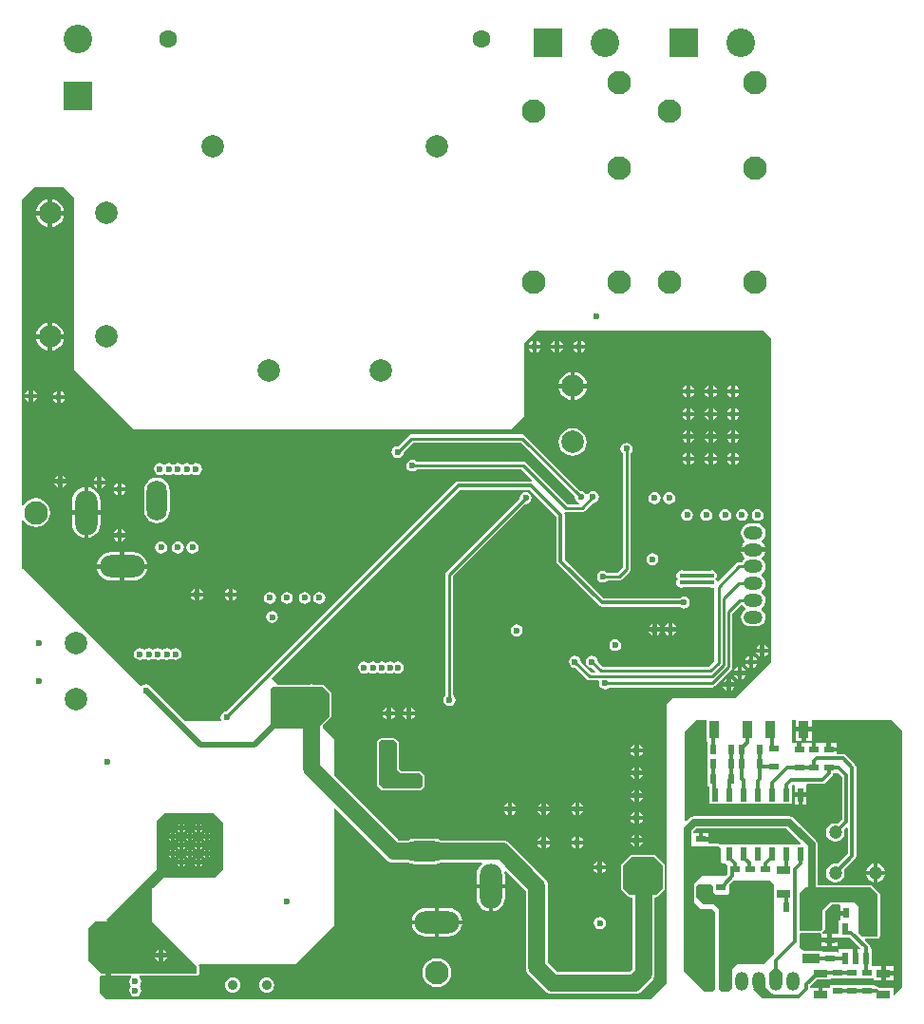
<source format=gbl>
G04*
G04 #@! TF.GenerationSoftware,Altium Limited,Altium Designer,22.1.2 (22)*
G04*
G04 Layer_Physical_Order=4*
G04 Layer_Color=16711680*
%FSLAX25Y25*%
%MOIN*%
G70*
G04*
G04 #@! TF.SameCoordinates,BB4BA718-9431-4743-B970-F4C87B48E952*
G04*
G04*
G04 #@! TF.FilePolarity,Positive*
G04*
G01*
G75*
%ADD14C,0.01000*%
%ADD93C,0.08268*%
%ADD108C,0.01470*%
%ADD123R,0.02756X0.05118*%
%ADD124R,0.05118X0.02756*%
%ADD125R,0.02362X0.03543*%
%ADD128R,0.03543X0.02362*%
%ADD146C,0.01200*%
%ADD149C,0.02000*%
%ADD150C,0.06000*%
%ADD151O,0.06693X0.04756*%
%ADD152O,0.04756X0.06693*%
%ADD153C,0.07874*%
%ADD154C,0.10039*%
%ADD155R,0.10039X0.10039*%
%ADD156R,0.10039X0.10039*%
%ADD157O,0.07874X0.15748*%
%ADD158O,0.15748X0.07874*%
%ADD159O,0.07087X0.14173*%
%ADD160O,0.14173X0.07087*%
%ADD161C,0.01000*%
%ADD162C,0.04724*%
%ADD163C,0.03543*%
%ADD164C,0.06299*%
%ADD165C,0.02362*%
%ADD166C,0.01772*%
%ADD207R,0.03543X0.06299*%
%ADD208R,0.02362X0.04331*%
%ADD209R,0.02284X0.04646*%
%ADD210R,0.06299X0.03543*%
%ADD211C,0.02500*%
G36*
X22047Y284252D02*
Y224016D01*
X43307Y202756D01*
X175591D01*
X180315Y207480D01*
Y233071D01*
X184646Y237402D01*
X264173D01*
X266929Y234646D01*
Y121260D01*
X254331Y108661D01*
X232283D01*
X230315Y106693D01*
Y8661D01*
X224410Y2756D01*
X33465D01*
X31102Y5118D01*
Y10898D01*
X31602Y11161D01*
X31617Y11152D01*
X31890Y11097D01*
X42111D01*
X42263Y10597D01*
X42200Y10555D01*
X41740Y9867D01*
X41579Y9055D01*
X41740Y8243D01*
X41991Y7868D01*
X42167Y7480D01*
X41991Y7093D01*
X41740Y6718D01*
X41579Y5906D01*
X41740Y5094D01*
X42200Y4405D01*
X42889Y3945D01*
X43701Y3784D01*
X44513Y3945D01*
X45201Y4405D01*
X45661Y5094D01*
X45823Y5906D01*
X45661Y6718D01*
X45410Y7093D01*
X45235Y7480D01*
X45410Y7868D01*
X45661Y8243D01*
X45823Y9055D01*
X45661Y9867D01*
X45201Y10555D01*
X45139Y10597D01*
X45290Y11097D01*
X65354D01*
X65627Y11152D01*
X65859Y11306D01*
X66014Y11538D01*
X66068Y11811D01*
Y14567D01*
X66014Y14840D01*
X66004Y14854D01*
X66267Y15354D01*
X100000D01*
X113386Y28740D01*
Y69768D01*
X113848Y69959D01*
X131864Y51943D01*
X132679Y51318D01*
X133628Y50925D01*
X134646Y50791D01*
X139618D01*
X140572Y50396D01*
X141732Y50243D01*
X148819D01*
X149979Y50396D01*
X150933Y50791D01*
X165221D01*
X165391Y50291D01*
X164983Y49978D01*
X164191Y48946D01*
X163694Y47745D01*
X163524Y46457D01*
Y43270D01*
X168504D01*
X173484D01*
Y46457D01*
X173339Y47556D01*
X173812Y47790D01*
X180712Y40890D01*
Y14173D01*
X180846Y13155D01*
X181239Y12206D01*
X181864Y11392D01*
X187376Y5880D01*
X188191Y5255D01*
X189139Y4862D01*
X190157Y4728D01*
X218898D01*
X219916Y4862D01*
X220865Y5255D01*
X221679Y5880D01*
X224829Y9030D01*
X225454Y9844D01*
X225847Y10793D01*
X225981Y11811D01*
Y38656D01*
X226378D01*
X226651Y38711D01*
X226883Y38865D01*
X226883Y38865D01*
X229245Y41228D01*
X229399Y41459D01*
X229454Y41732D01*
Y50000D01*
X229399Y50273D01*
X229245Y50505D01*
X226489Y53261D01*
X226257Y53415D01*
X225984Y53470D01*
X217717D01*
X217443Y53415D01*
X217212Y53261D01*
X214456Y50505D01*
X214301Y50273D01*
X214247Y50000D01*
Y41732D01*
X214301Y41459D01*
X214456Y41228D01*
X216818Y38865D01*
X217050Y38711D01*
X217323Y38656D01*
X218114D01*
Y13440D01*
X217268Y12595D01*
X191787D01*
X188579Y15803D01*
Y42520D01*
X188445Y43538D01*
X188052Y44486D01*
X187427Y45301D01*
X175223Y57506D01*
X174408Y58131D01*
X173459Y58524D01*
X172441Y58658D01*
X150933D01*
X149979Y59053D01*
X148819Y59206D01*
X141732D01*
X140572Y59053D01*
X139618Y58658D01*
X136275D01*
X113386Y81547D01*
Y94095D01*
X109446Y98035D01*
Y98987D01*
X112316Y101857D01*
X112470Y102089D01*
X112525Y102362D01*
Y110236D01*
X112470Y110509D01*
X112316Y110741D01*
X109953Y113103D01*
X109722Y113258D01*
X109449Y113312D01*
X106046D01*
X105512Y113382D01*
X104978Y113312D01*
X93774D01*
X91621Y115466D01*
X157696Y181542D01*
X182044D01*
X191384Y172201D01*
Y156693D01*
X191500Y156108D01*
X191832Y155612D01*
X206399Y141044D01*
X206895Y140713D01*
X207480Y140597D01*
X234764D01*
X235408Y140166D01*
X236221Y140004D01*
X237033Y140166D01*
X237721Y140626D01*
X238181Y141314D01*
X238342Y142126D01*
X238181Y142938D01*
X237721Y143626D01*
X237033Y144086D01*
X236221Y144248D01*
X235408Y144086D01*
X234764Y143655D01*
X208114D01*
X194443Y157326D01*
Y172835D01*
X194337Y173368D01*
X194467Y173582D01*
X194665Y173812D01*
X194882Y173769D01*
X194882Y173769D01*
X200394D01*
X200394Y173769D01*
X200940Y173878D01*
X201403Y174188D01*
X204245Y177029D01*
X204331Y177012D01*
X205143Y177173D01*
X205831Y177634D01*
X206291Y178322D01*
X206453Y179134D01*
X206291Y179946D01*
X205831Y180634D01*
X205143Y181094D01*
X204331Y181256D01*
X203519Y181094D01*
X202830Y180634D01*
X202507Y180151D01*
X201942Y180162D01*
X201613Y180655D01*
X200925Y181114D01*
X200113Y181276D01*
X200026Y181259D01*
X180670Y200616D01*
X180207Y200925D01*
X179660Y201034D01*
X179660Y201034D01*
X140551D01*
X140005Y200925D01*
X139542Y200616D01*
X139542Y200616D01*
X135913Y196987D01*
X135827Y197004D01*
X135015Y196842D01*
X134326Y196382D01*
X133866Y195694D01*
X133705Y194882D01*
X133866Y194070D01*
X134326Y193382D01*
X135015Y192921D01*
X135827Y192760D01*
X136639Y192921D01*
X137327Y193382D01*
X137787Y194070D01*
X137949Y194882D01*
X137932Y194968D01*
X141142Y198179D01*
X179069D01*
X198008Y179240D01*
X197991Y179154D01*
X198152Y178342D01*
X198612Y177654D01*
X199301Y177194D01*
X199414Y176661D01*
X199398Y176624D01*
X195473D01*
X180931Y191167D01*
X180467Y191476D01*
X179921Y191585D01*
X179921Y191585D01*
X142494D01*
X142445Y191658D01*
X141757Y192118D01*
X140945Y192279D01*
X140133Y192118D01*
X139444Y191658D01*
X138985Y190970D01*
X138823Y190157D01*
X138985Y189346D01*
X139444Y188657D01*
X140133Y188197D01*
X140945Y188036D01*
X141757Y188197D01*
X142445Y188657D01*
X142494Y188730D01*
X179330D01*
X183018Y185042D01*
X182771Y184581D01*
X182677Y184600D01*
X157063D01*
X156478Y184484D01*
X155981Y184152D01*
X75715Y103886D01*
X74954Y103734D01*
X74266Y103274D01*
X73806Y102586D01*
X73644Y101774D01*
X73806Y100962D01*
X73891Y100835D01*
X73655Y100394D01*
X61074D01*
X49419Y112049D01*
X49411Y112090D01*
X48951Y112778D01*
X48263Y113238D01*
X47451Y113399D01*
X46639Y113238D01*
X45950Y112778D01*
X45531Y112737D01*
X3937Y154331D01*
Y170888D01*
X4437Y170987D01*
X5170Y170032D01*
X6221Y169225D01*
X7446Y168718D01*
X8760Y168545D01*
X10074Y168718D01*
X11299Y169225D01*
X12350Y170032D01*
X13157Y171083D01*
X13664Y172308D01*
X13837Y173622D01*
X13664Y174936D01*
X13157Y176161D01*
X12350Y177212D01*
X11299Y178019D01*
X10074Y178526D01*
X8760Y178699D01*
X7446Y178526D01*
X6221Y178019D01*
X5170Y177212D01*
X4437Y176257D01*
X3937Y176356D01*
Y191339D01*
Y283465D01*
X8268Y287795D01*
X18504D01*
X22047Y284252D01*
D02*
G37*
G36*
X312992Y96850D02*
Y7087D01*
X310220Y4315D01*
X309758Y4506D01*
Y6805D01*
X305003D01*
X304822Y6987D01*
X304326Y7318D01*
X303741Y7435D01*
X303065D01*
Y7986D01*
X287486D01*
Y6905D01*
X285002D01*
Y4528D01*
X283502D01*
Y6905D01*
X281092D01*
X280693Y6905D01*
X280663Y7393D01*
Y7437D01*
X282956Y9730D01*
X287711D01*
Y10124D01*
X302740D01*
Y9630D01*
X305549D01*
Y12008D01*
Y14386D01*
X302740D01*
X302740Y14386D01*
Y14386D01*
X302740Y14386D01*
X302278Y14477D01*
Y20388D01*
X301726D01*
Y21063D01*
X301610Y21648D01*
X301278Y22144D01*
X299795Y23628D01*
X299987Y24089D01*
X303937D01*
X304210Y24144D01*
X304442Y24298D01*
X304835Y24692D01*
X304990Y24924D01*
X305044Y25197D01*
Y39764D01*
X304990Y40037D01*
X304835Y40268D01*
X302473Y42631D01*
X302242Y42785D01*
X301969Y42840D01*
X283295D01*
Y57087D01*
X283128Y57925D01*
X282652Y58637D01*
X274778Y66511D01*
X274067Y66986D01*
X273228Y67153D01*
X239764D01*
X238925Y66986D01*
X238214Y66511D01*
X237076Y65373D01*
X236614Y65564D01*
Y96850D01*
X240551Y100787D01*
X244179D01*
Y93588D01*
X244179D01*
X244375Y93223D01*
Y88105D01*
X244375D01*
Y82761D01*
Y77643D01*
X245163D01*
Y71423D01*
X249247D01*
Y71445D01*
X250163D01*
Y71423D01*
X254246D01*
Y71445D01*
X255163D01*
Y71423D01*
X259246D01*
Y71445D01*
X260163D01*
Y71423D01*
X264247D01*
Y71445D01*
X265163D01*
Y71423D01*
X269247D01*
Y71445D01*
X270163D01*
Y71423D01*
X274247D01*
Y77770D01*
X274516Y78063D01*
X274663Y78170D01*
X274996Y78123D01*
X275063Y77969D01*
X275063Y77892D01*
Y75396D01*
X277205D01*
X279346D01*
Y77892D01*
X279346Y77969D01*
X279532Y78392D01*
X284931D01*
X285517Y78508D01*
X286013Y78840D01*
X288162Y80989D01*
X288493Y81485D01*
X288610Y82070D01*
Y82170D01*
X289752D01*
Y82181D01*
X290252Y82388D01*
X291778Y80863D01*
Y65985D01*
X290344Y64551D01*
X289816Y64693D01*
X288957D01*
X288127Y64470D01*
X287383Y64041D01*
X286776Y63433D01*
X286347Y62690D01*
X286124Y61860D01*
Y61001D01*
X286347Y60171D01*
X286776Y59427D01*
X287383Y58820D01*
X288127Y58391D01*
X288957Y58168D01*
X289816D01*
X290646Y58391D01*
X291389Y58820D01*
X291997Y59427D01*
X292426Y60171D01*
X292649Y61001D01*
Y61860D01*
X292507Y62388D01*
X293284Y63165D01*
X293746Y62974D01*
Y53780D01*
X290344Y50378D01*
X289816Y50519D01*
X288957D01*
X288127Y50297D01*
X287383Y49868D01*
X286776Y49260D01*
X286347Y48516D01*
X286124Y47687D01*
Y46828D01*
X286347Y45998D01*
X286776Y45254D01*
X287383Y44647D01*
X288127Y44217D01*
X288957Y43995D01*
X289816D01*
X290646Y44217D01*
X291389Y44647D01*
X291997Y45254D01*
X292426Y45998D01*
X292649Y46828D01*
Y47687D01*
X292507Y48215D01*
X296357Y52065D01*
X296689Y52561D01*
X296805Y53146D01*
Y84252D01*
X296689Y84837D01*
X296357Y85333D01*
X293207Y88483D01*
X292711Y88815D01*
X292126Y88931D01*
X289852D01*
Y89802D01*
X287080D01*
Y90552D01*
X286330D01*
Y92733D01*
X284309D01*
Y92733D01*
X282640D01*
Y90552D01*
X281140D01*
Y92733D01*
X277522D01*
Y90552D01*
X276022D01*
Y92733D01*
X274100D01*
Y100787D01*
X275575D01*
Y98388D01*
X278346D01*
X281118D01*
Y100787D01*
X309055D01*
X312992Y96850D01*
D02*
G37*
G36*
X111811Y110236D02*
Y102362D01*
X107480Y98032D01*
X92126D01*
X91339Y98819D01*
Y111811D01*
X92126Y112598D01*
X109449D01*
X111811Y110236D01*
D02*
G37*
G36*
X277275Y57814D02*
X277083Y57352D01*
X248698D01*
X248425Y57407D01*
X244898D01*
Y58306D01*
X242126D01*
Y59056D01*
X241376D01*
Y61237D01*
X239705D01*
X239640Y61737D01*
X240672Y62769D01*
X272320D01*
X277275Y57814D01*
D02*
G37*
G36*
X74410Y64961D02*
Y48425D01*
X71653Y45669D01*
X53937Y45669D01*
X50000Y41732D01*
X49606D01*
Y30315D01*
X65354Y14567D01*
Y11811D01*
X31890D01*
X27165Y16535D01*
Y27953D01*
X29528Y30315D01*
X33724D01*
X33533Y30777D01*
X51181Y48425D01*
X51181Y48425D01*
X51181Y48425D01*
X51181Y65354D01*
X53937Y68110D01*
X71260D01*
X74410Y64961D01*
D02*
G37*
G36*
X267717Y43307D02*
Y18898D01*
X264173Y15354D01*
X255118D01*
X253150Y13386D01*
X253150Y6693D01*
X251969Y5512D01*
X249606D01*
X248425Y6693D01*
Y13386D01*
Y34646D01*
X246850Y36220D01*
X243307D01*
X240551Y38976D01*
Y42520D01*
X241339Y43307D01*
X245669D01*
X246457Y42520D01*
Y40551D01*
X247638Y39370D01*
X251575D01*
X252362Y40157D01*
Y43109D01*
X253742Y44488D01*
X266535Y44488D01*
X267717Y43307D01*
D02*
G37*
G36*
X228740Y50000D02*
Y41732D01*
X226378Y39370D01*
X217323D01*
X214961Y41732D01*
Y50000D01*
X217717Y52756D01*
X225984D01*
X228740Y50000D01*
D02*
G37*
G36*
X304331Y39764D02*
Y25197D01*
X303937Y24803D01*
X298819D01*
X297638Y25984D01*
Y35433D01*
X296063Y37008D01*
X287795D01*
X285039Y34252D01*
Y27559D01*
X284252Y26772D01*
X277165D01*
X276772Y27165D01*
Y40157D01*
X278740Y42126D01*
X301969D01*
X304331Y39764D01*
D02*
G37*
G36*
X291126Y35842D02*
X291126D01*
Y33821D01*
X293307D01*
Y32321D01*
X291126D01*
Y30624D01*
X290635D01*
Y25895D01*
X290173Y25804D01*
X290135Y25804D01*
X288152D01*
Y24372D01*
X290173D01*
Y24403D01*
X290635Y24494D01*
X290673Y24494D01*
X294603D01*
X298147Y20950D01*
X297955Y20488D01*
X297207D01*
Y17323D01*
X295707D01*
Y20488D01*
X294276D01*
Y20388D01*
X290635D01*
Y19325D01*
X290573Y19272D01*
X290073Y19404D01*
Y19404D01*
X284758D01*
Y19995D01*
X278407D01*
X277953Y20079D01*
X277953D01*
X277953Y20079D01*
X276726Y21305D01*
Y22789D01*
X276726Y22789D01*
X276726Y23289D01*
Y25668D01*
X277165Y26058D01*
X284235D01*
X284274Y26033D01*
X284630Y25627D01*
Y24372D01*
X286652D01*
Y25804D01*
X284963D01*
X284809Y26149D01*
X284793Y26304D01*
X285544Y27054D01*
X285699Y27286D01*
X285753Y27559D01*
Y33956D01*
X288091Y36294D01*
X291009D01*
X291126Y35842D01*
D02*
G37*
G36*
X268898Y14173D02*
X270866Y12205D01*
Y9449D01*
X266142Y10630D01*
Y12205D01*
X268110Y14173D01*
Y15354D01*
X268898D01*
Y14173D01*
D02*
G37*
G36*
X249213Y55905D02*
Y51181D01*
X250000Y50394D01*
X250787D01*
X251575Y49606D01*
Y46850D01*
X250787Y46063D01*
X242520D01*
X239764Y43307D01*
Y37008D01*
X242126Y34646D01*
X246063D01*
X247244Y33465D01*
Y6693D01*
X246063Y5512D01*
X243701D01*
X236221Y12992D01*
Y34646D01*
Y54331D01*
X238583Y56693D01*
X248425D01*
X249213Y55905D01*
D02*
G37*
G36*
X264961Y6693D02*
X267126Y4527D01*
Y3333D01*
X263989D01*
X260630Y6693D01*
X263779Y9843D01*
X264961D01*
Y6693D01*
D02*
G37*
%LPC*%
G36*
X14529Y283621D02*
Y279490D01*
X18660D01*
X18589Y280029D01*
X18092Y281230D01*
X17301Y282261D01*
X16269Y283053D01*
X15068Y283550D01*
X14529Y283621D01*
D02*
G37*
G36*
X13029D02*
X12491Y283550D01*
X11290Y283053D01*
X10258Y282261D01*
X9467Y281230D01*
X8970Y280029D01*
X8899Y279490D01*
X13029D01*
Y283621D01*
D02*
G37*
G36*
X18660Y277990D02*
X14529D01*
Y273859D01*
X15068Y273930D01*
X16269Y274428D01*
X17301Y275219D01*
X18092Y276250D01*
X18589Y277451D01*
X18660Y277990D01*
D02*
G37*
G36*
X13029D02*
X8899D01*
X8970Y277451D01*
X9467Y276250D01*
X10258Y275219D01*
X11290Y274428D01*
X12491Y273930D01*
X13029Y273859D01*
Y277990D01*
D02*
G37*
G36*
X14529Y240314D02*
Y236183D01*
X18660D01*
X18589Y236722D01*
X18092Y237923D01*
X17301Y238954D01*
X16269Y239746D01*
X15068Y240243D01*
X14529Y240314D01*
D02*
G37*
G36*
X13029D02*
X12491Y240243D01*
X11290Y239746D01*
X10258Y238954D01*
X9467Y237923D01*
X8970Y236722D01*
X8899Y236183D01*
X13029D01*
Y240314D01*
D02*
G37*
G36*
X200356Y233964D02*
Y232640D01*
X201681D01*
X201661Y232741D01*
X201179Y233462D01*
X200457Y233944D01*
X200356Y233964D01*
D02*
G37*
G36*
X198856D02*
X198755Y233944D01*
X198034Y233462D01*
X197552Y232741D01*
X197532Y232640D01*
X198856D01*
Y233964D01*
D02*
G37*
G36*
X192482D02*
Y232640D01*
X193807D01*
X193787Y232741D01*
X193305Y233462D01*
X192583Y233944D01*
X192482Y233964D01*
D02*
G37*
G36*
X190982D02*
X190881Y233944D01*
X190160Y233462D01*
X189678Y232741D01*
X189658Y232640D01*
X190982D01*
Y233964D01*
D02*
G37*
G36*
X184608D02*
Y232640D01*
X185933D01*
X185913Y232741D01*
X185431Y233462D01*
X184709Y233944D01*
X184608Y233964D01*
D02*
G37*
G36*
X183108D02*
X183007Y233944D01*
X182286Y233462D01*
X181804Y232741D01*
X181784Y232640D01*
X183108D01*
Y233964D01*
D02*
G37*
G36*
X18660Y234683D02*
X14529D01*
Y230552D01*
X15068Y230623D01*
X16269Y231121D01*
X17301Y231912D01*
X18092Y232943D01*
X18589Y234144D01*
X18660Y234683D01*
D02*
G37*
G36*
X13029D02*
X8899D01*
X8970Y234144D01*
X9467Y232943D01*
X10258Y231912D01*
X11290Y231121D01*
X12491Y230623D01*
X13029Y230552D01*
Y234683D01*
D02*
G37*
G36*
X201681Y231140D02*
X200356D01*
Y229815D01*
X200457Y229835D01*
X201179Y230317D01*
X201661Y231039D01*
X201681Y231140D01*
D02*
G37*
G36*
X198856D02*
X197532D01*
X197552Y231039D01*
X198034Y230317D01*
X198755Y229835D01*
X198856Y229815D01*
Y231140D01*
D02*
G37*
G36*
X193807D02*
X192482D01*
Y229815D01*
X192583Y229835D01*
X193305Y230317D01*
X193787Y231039D01*
X193807Y231140D01*
D02*
G37*
G36*
X190982D02*
X189658D01*
X189678Y231039D01*
X190160Y230317D01*
X190881Y229835D01*
X190982Y229815D01*
Y231140D01*
D02*
G37*
G36*
X185933D02*
X184608D01*
Y229815D01*
X184709Y229835D01*
X185431Y230317D01*
X185913Y231039D01*
X185933Y231140D01*
D02*
G37*
G36*
X183108D02*
X181784D01*
X181804Y231039D01*
X182286Y230317D01*
X183007Y229835D01*
X183108Y229815D01*
Y231140D01*
D02*
G37*
G36*
X197994Y222991D02*
Y218860D01*
X202125D01*
X202054Y219399D01*
X201557Y220600D01*
X200765Y221631D01*
X199734Y222423D01*
X198533Y222920D01*
X197994Y222991D01*
D02*
G37*
G36*
X196494D02*
X195955Y222920D01*
X194754Y222423D01*
X193723Y221631D01*
X192932Y220600D01*
X192434Y219399D01*
X192363Y218860D01*
X196494D01*
Y222991D01*
D02*
G37*
G36*
X254293Y218216D02*
Y216892D01*
X255618D01*
X255598Y216993D01*
X255116Y217714D01*
X254394Y218196D01*
X254293Y218216D01*
D02*
G37*
G36*
X252793D02*
X252692Y218196D01*
X251971Y217714D01*
X251489Y216993D01*
X251469Y216892D01*
X252793D01*
Y218216D01*
D02*
G37*
G36*
X246419D02*
Y216892D01*
X247744D01*
X247724Y216993D01*
X247242Y217714D01*
X246520Y218196D01*
X246419Y218216D01*
D02*
G37*
G36*
X244919D02*
X244818Y218196D01*
X244097Y217714D01*
X243615Y216993D01*
X243595Y216892D01*
X244919D01*
Y218216D01*
D02*
G37*
G36*
X238545D02*
Y216892D01*
X239870D01*
X239850Y216993D01*
X239368Y217714D01*
X238646Y218196D01*
X238545Y218216D01*
D02*
G37*
G36*
X237045D02*
X236944Y218196D01*
X236223Y217714D01*
X235741Y216993D01*
X235721Y216892D01*
X237045D01*
Y218216D01*
D02*
G37*
G36*
X7837Y216642D02*
Y215317D01*
X9161D01*
X9141Y215418D01*
X8659Y216139D01*
X7938Y216621D01*
X7837Y216642D01*
D02*
G37*
G36*
X6337D02*
X6236Y216621D01*
X5514Y216139D01*
X5032Y215418D01*
X5012Y215317D01*
X6337D01*
Y216642D01*
D02*
G37*
G36*
X17679Y216248D02*
Y214923D01*
X19004D01*
X18984Y215024D01*
X18502Y215746D01*
X17780Y216228D01*
X17679Y216248D01*
D02*
G37*
G36*
X16179D02*
X16078Y216228D01*
X15357Y215746D01*
X14875Y215024D01*
X14854Y214923D01*
X16179D01*
Y216248D01*
D02*
G37*
G36*
X255618Y215392D02*
X254293D01*
Y214067D01*
X254394Y214087D01*
X255116Y214569D01*
X255598Y215291D01*
X255618Y215392D01*
D02*
G37*
G36*
X252793D02*
X251469D01*
X251489Y215291D01*
X251971Y214569D01*
X252692Y214087D01*
X252793Y214067D01*
Y215392D01*
D02*
G37*
G36*
X247744D02*
X246419D01*
Y214067D01*
X246520Y214087D01*
X247242Y214569D01*
X247724Y215291D01*
X247744Y215392D01*
D02*
G37*
G36*
X244919D02*
X243595D01*
X243615Y215291D01*
X244097Y214569D01*
X244818Y214087D01*
X244919Y214067D01*
Y215392D01*
D02*
G37*
G36*
X239870D02*
X238545D01*
Y214067D01*
X238646Y214087D01*
X239368Y214569D01*
X239850Y215291D01*
X239870Y215392D01*
D02*
G37*
G36*
X237045D02*
X235721D01*
X235741Y215291D01*
X236223Y214569D01*
X236944Y214087D01*
X237045Y214067D01*
Y215392D01*
D02*
G37*
G36*
X196494Y217360D02*
X192363D01*
X192434Y216821D01*
X192932Y215620D01*
X193723Y214589D01*
X194754Y213798D01*
X195955Y213300D01*
X196494Y213229D01*
Y217360D01*
D02*
G37*
G36*
X202125D02*
X197994D01*
Y213229D01*
X198533Y213300D01*
X199734Y213798D01*
X200765Y214589D01*
X201557Y215620D01*
X202054Y216821D01*
X202125Y217360D01*
D02*
G37*
G36*
X9161Y213817D02*
X7837D01*
Y212492D01*
X7938Y212512D01*
X8659Y212994D01*
X9141Y213716D01*
X9161Y213817D01*
D02*
G37*
G36*
X6337D02*
X5012D01*
X5032Y213716D01*
X5514Y212994D01*
X6236Y212512D01*
X6337Y212492D01*
Y213817D01*
D02*
G37*
G36*
X19004Y213423D02*
X17679D01*
Y212099D01*
X17780Y212119D01*
X18502Y212601D01*
X18984Y213322D01*
X19004Y213423D01*
D02*
G37*
G36*
X16179D02*
X14854D01*
X14875Y213322D01*
X15357Y212601D01*
X16078Y212119D01*
X16179Y212099D01*
Y213423D01*
D02*
G37*
G36*
X254293Y210342D02*
Y209018D01*
X255618D01*
X255598Y209119D01*
X255116Y209840D01*
X254394Y210322D01*
X254293Y210342D01*
D02*
G37*
G36*
X252793D02*
X252692Y210322D01*
X251971Y209840D01*
X251489Y209119D01*
X251469Y209018D01*
X252793D01*
Y210342D01*
D02*
G37*
G36*
X246419D02*
Y209018D01*
X247744D01*
X247724Y209119D01*
X247242Y209840D01*
X246520Y210322D01*
X246419Y210342D01*
D02*
G37*
G36*
X244919D02*
X244818Y210322D01*
X244097Y209840D01*
X243615Y209119D01*
X243595Y209018D01*
X244919D01*
Y210342D01*
D02*
G37*
G36*
X238545D02*
Y209018D01*
X239870D01*
X239850Y209119D01*
X239368Y209840D01*
X238646Y210322D01*
X238545Y210342D01*
D02*
G37*
G36*
X237045D02*
X236944Y210322D01*
X236223Y209840D01*
X235741Y209119D01*
X235721Y209018D01*
X237045D01*
Y210342D01*
D02*
G37*
G36*
X255618Y207518D02*
X254293D01*
Y206193D01*
X254394Y206213D01*
X255116Y206695D01*
X255598Y207417D01*
X255618Y207518D01*
D02*
G37*
G36*
X252793D02*
X251469D01*
X251489Y207417D01*
X251971Y206695D01*
X252692Y206213D01*
X252793Y206193D01*
Y207518D01*
D02*
G37*
G36*
X247744D02*
X246419D01*
Y206193D01*
X246520Y206213D01*
X247242Y206695D01*
X247724Y207417D01*
X247744Y207518D01*
D02*
G37*
G36*
X244919D02*
X243595D01*
X243615Y207417D01*
X244097Y206695D01*
X244818Y206213D01*
X244919Y206193D01*
Y207518D01*
D02*
G37*
G36*
X239870D02*
X238545D01*
Y206193D01*
X238646Y206213D01*
X239368Y206695D01*
X239850Y207417D01*
X239870Y207518D01*
D02*
G37*
G36*
X237045D02*
X235721D01*
X235741Y207417D01*
X236223Y206695D01*
X236944Y206213D01*
X237045Y206193D01*
Y207518D01*
D02*
G37*
G36*
X254293Y202468D02*
Y201144D01*
X255618D01*
X255598Y201245D01*
X255116Y201966D01*
X254394Y202448D01*
X254293Y202468D01*
D02*
G37*
G36*
X252793D02*
X252692Y202448D01*
X251971Y201966D01*
X251489Y201245D01*
X251469Y201144D01*
X252793D01*
Y202468D01*
D02*
G37*
G36*
X246419D02*
Y201144D01*
X247744D01*
X247724Y201245D01*
X247242Y201966D01*
X246520Y202448D01*
X246419Y202468D01*
D02*
G37*
G36*
X244919D02*
X244818Y202448D01*
X244097Y201966D01*
X243615Y201245D01*
X243595Y201144D01*
X244919D01*
Y202468D01*
D02*
G37*
G36*
X238545D02*
Y201144D01*
X239870D01*
X239850Y201245D01*
X239368Y201966D01*
X238646Y202448D01*
X238545Y202468D01*
D02*
G37*
G36*
X237045D02*
X236944Y202448D01*
X236223Y201966D01*
X235741Y201245D01*
X235721Y201144D01*
X237045D01*
Y202468D01*
D02*
G37*
G36*
X255618Y199644D02*
X254293D01*
Y198319D01*
X254394Y198339D01*
X255116Y198821D01*
X255598Y199543D01*
X255618Y199644D01*
D02*
G37*
G36*
X252793D02*
X251469D01*
X251489Y199543D01*
X251971Y198821D01*
X252692Y198339D01*
X252793Y198319D01*
Y199644D01*
D02*
G37*
G36*
X247744D02*
X246419D01*
Y198319D01*
X246520Y198339D01*
X247242Y198821D01*
X247724Y199543D01*
X247744Y199644D01*
D02*
G37*
G36*
X244919D02*
X243595D01*
X243615Y199543D01*
X244097Y198821D01*
X244818Y198339D01*
X244919Y198319D01*
Y199644D01*
D02*
G37*
G36*
X239870D02*
X238545D01*
Y198319D01*
X238646Y198339D01*
X239368Y198821D01*
X239850Y199543D01*
X239870Y199644D01*
D02*
G37*
G36*
X237045D02*
X235721D01*
X235741Y199543D01*
X236223Y198821D01*
X236944Y198339D01*
X237045Y198319D01*
Y199644D01*
D02*
G37*
G36*
X197244Y203304D02*
X195981Y203138D01*
X194805Y202650D01*
X193794Y201875D01*
X193019Y200865D01*
X192532Y199688D01*
X192365Y198425D01*
X192532Y197162D01*
X193019Y195986D01*
X193794Y194975D01*
X194805Y194200D01*
X195981Y193713D01*
X197244Y193546D01*
X198507Y193713D01*
X199683Y194200D01*
X200694Y194975D01*
X201469Y195986D01*
X201957Y197162D01*
X202123Y198425D01*
X201957Y199688D01*
X201469Y200865D01*
X200694Y201875D01*
X199683Y202650D01*
X198507Y203138D01*
X197244Y203304D01*
D02*
G37*
G36*
X254293Y194594D02*
Y193270D01*
X255618D01*
X255598Y193371D01*
X255116Y194092D01*
X254394Y194574D01*
X254293Y194594D01*
D02*
G37*
G36*
X252793D02*
X252692Y194574D01*
X251971Y194092D01*
X251489Y193371D01*
X251469Y193270D01*
X252793D01*
Y194594D01*
D02*
G37*
G36*
X246419D02*
Y193270D01*
X247744D01*
X247724Y193371D01*
X247242Y194092D01*
X246520Y194574D01*
X246419Y194594D01*
D02*
G37*
G36*
X244919D02*
X244818Y194574D01*
X244097Y194092D01*
X243615Y193371D01*
X243595Y193270D01*
X244919D01*
Y194594D01*
D02*
G37*
G36*
X238545D02*
Y193270D01*
X239870D01*
X239850Y193371D01*
X239368Y194092D01*
X238646Y194574D01*
X238545Y194594D01*
D02*
G37*
G36*
X237045D02*
X236944Y194574D01*
X236223Y194092D01*
X235741Y193371D01*
X235721Y193270D01*
X237045D01*
Y194594D01*
D02*
G37*
G36*
X64961Y191098D02*
X64149Y190937D01*
X63773Y190686D01*
X63386Y190510D01*
X62999Y190686D01*
X62623Y190937D01*
X61811Y191098D01*
X60999Y190937D01*
X60624Y190686D01*
X60236Y190510D01*
X59849Y190686D01*
X59473Y190937D01*
X58661Y191098D01*
X57849Y190937D01*
X57474Y190686D01*
X57087Y190510D01*
X56699Y190686D01*
X56324Y190937D01*
X55512Y191098D01*
X54700Y190937D01*
X54324Y190686D01*
X53937Y190510D01*
X53550Y190686D01*
X53174Y190937D01*
X52362Y191098D01*
X51550Y190937D01*
X50862Y190477D01*
X50402Y189788D01*
X50240Y188976D01*
X50402Y188164D01*
X50862Y187476D01*
X51550Y187016D01*
X52362Y186855D01*
X53174Y187016D01*
X53550Y187267D01*
X53937Y187442D01*
X54324Y187267D01*
X54700Y187016D01*
X55512Y186855D01*
X56324Y187016D01*
X56699Y187267D01*
X57087Y187442D01*
X57474Y187267D01*
X57849Y187016D01*
X58661Y186855D01*
X59473Y187016D01*
X59849Y187267D01*
X60236Y187442D01*
X60624Y187267D01*
X60999Y187016D01*
X61811Y186855D01*
X62623Y187016D01*
X62999Y187267D01*
X63386Y187442D01*
X63773Y187267D01*
X64149Y187016D01*
X64961Y186855D01*
X65773Y187016D01*
X66461Y187476D01*
X66921Y188164D01*
X67083Y188976D01*
X66921Y189788D01*
X66461Y190477D01*
X65773Y190937D01*
X64961Y191098D01*
D02*
G37*
G36*
X255618Y191770D02*
X254293D01*
Y190445D01*
X254394Y190465D01*
X255116Y190947D01*
X255598Y191669D01*
X255618Y191770D01*
D02*
G37*
G36*
X252793D02*
X251469D01*
X251489Y191669D01*
X251971Y190947D01*
X252692Y190465D01*
X252793Y190445D01*
Y191770D01*
D02*
G37*
G36*
X247744D02*
X246419D01*
Y190445D01*
X246520Y190465D01*
X247242Y190947D01*
X247724Y191669D01*
X247744Y191770D01*
D02*
G37*
G36*
X244919D02*
X243595D01*
X243615Y191669D01*
X244097Y190947D01*
X244818Y190465D01*
X244919Y190445D01*
Y191770D01*
D02*
G37*
G36*
X239870D02*
X238545D01*
Y190445D01*
X238646Y190465D01*
X239368Y190947D01*
X239850Y191669D01*
X239870Y191770D01*
D02*
G37*
G36*
X237045D02*
X235721D01*
X235741Y191669D01*
X236223Y190947D01*
X236944Y190465D01*
X237045Y190445D01*
Y191770D01*
D02*
G37*
G36*
X18073Y186720D02*
Y185396D01*
X19398D01*
X19377Y185497D01*
X18895Y186218D01*
X18174Y186700D01*
X18073Y186720D01*
D02*
G37*
G36*
X16573D02*
X16472Y186700D01*
X15750Y186218D01*
X15268Y185497D01*
X15248Y185396D01*
X16573D01*
Y186720D01*
D02*
G37*
G36*
X31852Y186327D02*
Y185002D01*
X33177D01*
X33157Y185103D01*
X32675Y185825D01*
X31953Y186307D01*
X31852Y186327D01*
D02*
G37*
G36*
X30352D02*
X30251Y186307D01*
X29530Y185825D01*
X29048Y185103D01*
X29028Y185002D01*
X30352D01*
Y186327D01*
D02*
G37*
G36*
X38939Y183964D02*
Y182640D01*
X40264D01*
X40244Y182741D01*
X39761Y183462D01*
X39040Y183944D01*
X38939Y183964D01*
D02*
G37*
G36*
X37439D02*
X37338Y183944D01*
X36617Y183462D01*
X36134Y182741D01*
X36114Y182640D01*
X37439D01*
Y183964D01*
D02*
G37*
G36*
X19398Y183896D02*
X18073D01*
Y182571D01*
X18174Y182591D01*
X18895Y183073D01*
X19377Y183795D01*
X19398Y183896D01*
D02*
G37*
G36*
X16573D02*
X15248D01*
X15268Y183795D01*
X15750Y183073D01*
X16472Y182591D01*
X16573Y182571D01*
Y183896D01*
D02*
G37*
G36*
X33177Y183502D02*
X31852D01*
Y182177D01*
X31953Y182197D01*
X32675Y182679D01*
X33157Y183401D01*
X33177Y183502D01*
D02*
G37*
G36*
X30352D02*
X29028D01*
X29048Y183401D01*
X29530Y182679D01*
X30251Y182197D01*
X30352Y182177D01*
Y183502D01*
D02*
G37*
G36*
X40264Y181140D02*
X38939D01*
Y179815D01*
X39040Y179835D01*
X39761Y180317D01*
X40244Y181039D01*
X40264Y181140D01*
D02*
G37*
G36*
X37439D02*
X36114D01*
X36134Y181039D01*
X36617Y180317D01*
X37338Y179835D01*
X37439Y179815D01*
Y181140D01*
D02*
G37*
G36*
X231102Y180862D02*
X230290Y180701D01*
X229602Y180241D01*
X229142Y179552D01*
X228980Y178740D01*
X229142Y177928D01*
X229602Y177240D01*
X230290Y176780D01*
X231102Y176618D01*
X231914Y176780D01*
X232603Y177240D01*
X233063Y177928D01*
X233224Y178740D01*
X233063Y179552D01*
X232603Y180241D01*
X231914Y180701D01*
X231102Y180862D01*
D02*
G37*
G36*
X225984D02*
X225172Y180701D01*
X224484Y180241D01*
X224024Y179552D01*
X223862Y178740D01*
X224024Y177928D01*
X224484Y177240D01*
X225172Y176780D01*
X225984Y176618D01*
X226796Y176780D01*
X227485Y177240D01*
X227945Y177928D01*
X228106Y178740D01*
X227945Y179552D01*
X227485Y180241D01*
X226796Y180701D01*
X225984Y180862D01*
D02*
G37*
G36*
X180709D02*
X179897Y180701D01*
X179208Y180241D01*
X178748Y179552D01*
X178587Y178740D01*
X178604Y178654D01*
X152928Y152978D01*
X152618Y152515D01*
X152510Y151969D01*
X152510Y151969D01*
Y109423D01*
X152437Y109374D01*
X151977Y108686D01*
X151815Y107874D01*
X151977Y107062D01*
X152437Y106374D01*
X153125Y105914D01*
X153937Y105752D01*
X154749Y105914D01*
X155437Y106374D01*
X155897Y107062D01*
X156059Y107874D01*
X155897Y108686D01*
X155437Y109374D01*
X155364Y109423D01*
Y151377D01*
X180623Y176635D01*
X180709Y176618D01*
X181521Y176780D01*
X182209Y177240D01*
X182669Y177928D01*
X182831Y178740D01*
X182669Y179552D01*
X182209Y180241D01*
X181521Y180701D01*
X180709Y180862D01*
D02*
G37*
G36*
X27226Y182440D02*
Y174372D01*
X31456D01*
Y177559D01*
X31286Y178848D01*
X30789Y180049D01*
X29998Y181080D01*
X28966Y181871D01*
X27765Y182369D01*
X27226Y182440D01*
D02*
G37*
G36*
X25726D02*
X25188Y182369D01*
X23987Y181871D01*
X22955Y181080D01*
X22164Y180049D01*
X21666Y178848D01*
X21497Y177559D01*
Y174372D01*
X25726D01*
Y182440D01*
D02*
G37*
G36*
X262205Y174957D02*
X261393Y174795D01*
X260704Y174335D01*
X260244Y173647D01*
X260083Y172835D01*
X260244Y172023D01*
X260704Y171334D01*
X261393Y170874D01*
X262205Y170713D01*
X263017Y170874D01*
X263705Y171334D01*
X264165Y172023D01*
X264327Y172835D01*
X264165Y173647D01*
X263705Y174335D01*
X263017Y174795D01*
X262205Y174957D01*
D02*
G37*
G36*
X256693D02*
X255881Y174795D01*
X255192Y174335D01*
X254733Y173647D01*
X254571Y172835D01*
X254733Y172023D01*
X255192Y171334D01*
X255881Y170874D01*
X256693Y170713D01*
X257505Y170874D01*
X258193Y171334D01*
X258653Y172023D01*
X258815Y172835D01*
X258653Y173647D01*
X258193Y174335D01*
X257505Y174795D01*
X256693Y174957D01*
D02*
G37*
G36*
X250787D02*
X249975Y174795D01*
X249287Y174335D01*
X248827Y173647D01*
X248665Y172835D01*
X248827Y172023D01*
X249287Y171334D01*
X249975Y170874D01*
X250787Y170713D01*
X251599Y170874D01*
X252288Y171334D01*
X252748Y172023D01*
X252909Y172835D01*
X252748Y173647D01*
X252288Y174335D01*
X251599Y174795D01*
X250787Y174957D01*
D02*
G37*
G36*
X244094D02*
X243283Y174795D01*
X242594Y174335D01*
X242134Y173647D01*
X241973Y172835D01*
X242134Y172023D01*
X242594Y171334D01*
X243283Y170874D01*
X244094Y170713D01*
X244906Y170874D01*
X245595Y171334D01*
X246055Y172023D01*
X246216Y172835D01*
X246055Y173647D01*
X245595Y174335D01*
X244906Y174795D01*
X244094Y174957D01*
D02*
G37*
G36*
X237402D02*
X236590Y174795D01*
X235901Y174335D01*
X235441Y173647D01*
X235280Y172835D01*
X235441Y172023D01*
X235901Y171334D01*
X236590Y170874D01*
X237402Y170713D01*
X238214Y170874D01*
X238902Y171334D01*
X239362Y172023D01*
X239524Y172835D01*
X239362Y173647D01*
X238902Y174335D01*
X238214Y174795D01*
X237402Y174957D01*
D02*
G37*
G36*
X51279Y185978D02*
X50120Y185825D01*
X49039Y185377D01*
X48110Y184665D01*
X47398Y183737D01*
X46951Y182656D01*
X46798Y181496D01*
Y174409D01*
X46951Y173249D01*
X47398Y172169D01*
X48110Y171240D01*
X49039Y170528D01*
X50120Y170080D01*
X51279Y169928D01*
X52439Y170080D01*
X53520Y170528D01*
X54448Y171240D01*
X55161Y172169D01*
X55608Y173249D01*
X55761Y174409D01*
Y181496D01*
X55608Y182656D01*
X55161Y183737D01*
X54448Y184665D01*
X53520Y185377D01*
X52439Y185825D01*
X51279Y185978D01*
D02*
G37*
G36*
X38939Y167823D02*
Y166498D01*
X40264D01*
X40244Y166599D01*
X39761Y167321D01*
X39040Y167803D01*
X38939Y167823D01*
D02*
G37*
G36*
X37439D02*
X37338Y167803D01*
X36617Y167321D01*
X36134Y166599D01*
X36114Y166498D01*
X37439D01*
Y167823D01*
D02*
G37*
G36*
X31456Y172872D02*
X27226D01*
Y164804D01*
X27765Y164875D01*
X28966Y165373D01*
X29998Y166164D01*
X30789Y167195D01*
X31286Y168396D01*
X31456Y169685D01*
Y172872D01*
D02*
G37*
G36*
X25726D02*
X21497D01*
Y169685D01*
X21666Y168396D01*
X22164Y167195D01*
X22955Y166164D01*
X23987Y165373D01*
X25188Y164875D01*
X25726Y164804D01*
Y172872D01*
D02*
G37*
G36*
X40264Y164998D02*
X38939D01*
Y163673D01*
X39040Y163693D01*
X39761Y164175D01*
X40244Y164897D01*
X40264Y164998D01*
D02*
G37*
G36*
X37439D02*
X36114D01*
X36134Y164897D01*
X36617Y164175D01*
X37338Y163693D01*
X37439Y163673D01*
Y164998D01*
D02*
G37*
G36*
X261598Y169842D02*
X259661D01*
X258806Y169729D01*
X258008Y169399D01*
X257324Y168873D01*
X256798Y168189D01*
X256468Y167391D01*
X256355Y166535D01*
X256468Y165680D01*
X256798Y164882D01*
X257324Y164198D01*
X257632Y163961D01*
Y163331D01*
X257252Y163039D01*
X256711Y162334D01*
X256370Y161512D01*
X256353Y161380D01*
X260630D01*
X264907D01*
X264889Y161512D01*
X264549Y162334D01*
X264008Y163039D01*
X263628Y163331D01*
Y163961D01*
X263936Y164198D01*
X264462Y164882D01*
X264792Y165680D01*
X264905Y166535D01*
X264792Y167391D01*
X264462Y168189D01*
X263936Y168873D01*
X263251Y169399D01*
X262454Y169729D01*
X261598Y169842D01*
D02*
G37*
G36*
X63779Y163539D02*
X62967Y163378D01*
X62279Y162918D01*
X61819Y162229D01*
X61658Y161417D01*
X61819Y160605D01*
X62279Y159917D01*
X62967Y159457D01*
X63779Y159295D01*
X64591Y159457D01*
X65280Y159917D01*
X65740Y160605D01*
X65901Y161417D01*
X65740Y162229D01*
X65280Y162918D01*
X64591Y163378D01*
X63779Y163539D01*
D02*
G37*
G36*
X58661D02*
X57849Y163378D01*
X57161Y162918D01*
X56701Y162229D01*
X56539Y161417D01*
X56701Y160605D01*
X57161Y159917D01*
X57849Y159457D01*
X58661Y159295D01*
X59473Y159457D01*
X60162Y159917D01*
X60622Y160605D01*
X60783Y161417D01*
X60622Y162229D01*
X60162Y162918D01*
X59473Y163378D01*
X58661Y163539D01*
D02*
G37*
G36*
X52756D02*
X51944Y163378D01*
X51256Y162918D01*
X50796Y162229D01*
X50634Y161417D01*
X50796Y160605D01*
X51256Y159917D01*
X51944Y159457D01*
X52756Y159295D01*
X53568Y159457D01*
X54256Y159917D01*
X54716Y160605D01*
X54878Y161417D01*
X54716Y162229D01*
X54256Y162918D01*
X53568Y163378D01*
X52756Y163539D01*
D02*
G37*
G36*
X43012Y159704D02*
X39825D01*
Y155474D01*
X47893D01*
X47822Y156013D01*
X47324Y157214D01*
X46533Y158246D01*
X45502Y159037D01*
X44301Y159534D01*
X43012Y159704D01*
D02*
G37*
G36*
X38325D02*
X35138D01*
X33849Y159534D01*
X32648Y159037D01*
X31617Y158246D01*
X30825Y157214D01*
X30328Y156013D01*
X30257Y155474D01*
X38325D01*
Y159704D01*
D02*
G37*
G36*
X225228Y159415D02*
X224416Y159254D01*
X223727Y158794D01*
X223268Y158105D01*
X223106Y157293D01*
X223268Y156481D01*
X223727Y155793D01*
X224416Y155333D01*
X225228Y155171D01*
X226040Y155333D01*
X226728Y155793D01*
X227188Y156481D01*
X227350Y157293D01*
X227188Y158105D01*
X226728Y158794D01*
X226040Y159254D01*
X225228Y159415D01*
D02*
G37*
G36*
X216142Y198185D02*
X215330Y198023D01*
X214641Y197563D01*
X214181Y196875D01*
X214020Y196063D01*
X214181Y195251D01*
X214641Y194563D01*
X214714Y194514D01*
Y154528D01*
X212795Y152609D01*
X209423D01*
X209374Y152682D01*
X208686Y153141D01*
X207874Y153303D01*
X207062Y153141D01*
X206374Y152682D01*
X205914Y151993D01*
X205752Y151181D01*
X205914Y150369D01*
X206374Y149681D01*
X207062Y149221D01*
X207874Y149059D01*
X208686Y149221D01*
X209374Y149681D01*
X209423Y149754D01*
X213386D01*
X213386Y149754D01*
X213932Y149862D01*
X214395Y150172D01*
X217151Y152928D01*
X217151Y152928D01*
X217460Y153391D01*
X217569Y153937D01*
X217569Y153937D01*
Y194514D01*
X217642Y194563D01*
X218102Y195251D01*
X218264Y196063D01*
X218102Y196875D01*
X217642Y197563D01*
X216954Y198023D01*
X216142Y198185D01*
D02*
G37*
G36*
X47893Y153974D02*
X39825D01*
Y149745D01*
X43012D01*
X44301Y149915D01*
X45502Y150412D01*
X46533Y151203D01*
X47324Y152235D01*
X47822Y153436D01*
X47893Y153974D01*
D02*
G37*
G36*
X38325D02*
X30257D01*
X30328Y153436D01*
X30825Y152235D01*
X31617Y151203D01*
X32648Y150412D01*
X33849Y149915D01*
X35138Y149745D01*
X38325D01*
Y153974D01*
D02*
G37*
G36*
X264907Y159880D02*
X260630D01*
X256353D01*
X256370Y159748D01*
X256711Y158926D01*
X257252Y158221D01*
X257632Y157929D01*
Y157299D01*
X257324Y157062D01*
X256798Y156377D01*
X256705Y156152D01*
X255512D01*
X254966Y156043D01*
X254503Y155734D01*
X254502Y155734D01*
X248312Y149543D01*
X247770Y149708D01*
X247745Y149831D01*
X247369Y150394D01*
X247745Y150957D01*
X247884Y151654D01*
X247745Y152350D01*
X247351Y152941D01*
X246760Y153336D01*
X246063Y153474D01*
X245366Y153336D01*
X245306Y153296D01*
X236136D01*
X236076Y153336D01*
X235379Y153474D01*
X234682Y153336D01*
X234092Y152941D01*
X233697Y152350D01*
X233558Y151654D01*
X233697Y150957D01*
X234073Y150394D01*
X233697Y149831D01*
X233558Y149134D01*
X233697Y148437D01*
X234092Y147846D01*
X234682Y147452D01*
X235379Y147313D01*
X236076Y147452D01*
X236136Y147492D01*
X245306D01*
X245366Y147452D01*
X246063Y147313D01*
X246498Y147399D01*
X246998Y147055D01*
Y121457D01*
X245078Y119538D01*
X207678D01*
X206042Y121174D01*
X206059Y121260D01*
X205897Y122072D01*
X205437Y122760D01*
X204749Y123220D01*
X203937Y123382D01*
X203125Y123220D01*
X202437Y122760D01*
X201977Y122072D01*
X201815Y121260D01*
X201977Y120448D01*
X202437Y119759D01*
X203125Y119299D01*
X203937Y119138D01*
X204023Y119155D01*
X205147Y118031D01*
X204956Y117569D01*
X203741D01*
X200136Y121174D01*
X200153Y121260D01*
X199992Y122072D01*
X199532Y122760D01*
X198844Y123220D01*
X198031Y123382D01*
X197220Y123220D01*
X196531Y122760D01*
X196071Y122072D01*
X195910Y121260D01*
X196071Y120448D01*
X196531Y119759D01*
X197220Y119299D01*
X198031Y119138D01*
X198118Y119155D01*
X202140Y115132D01*
X202603Y114823D01*
X203150Y114714D01*
X203150Y114714D01*
X206240D01*
X206630Y114214D01*
X206540Y113761D01*
X206701Y112949D01*
X207161Y112260D01*
X207849Y111800D01*
X208661Y111639D01*
X209473Y111800D01*
X210162Y112260D01*
X210223Y112352D01*
X246147D01*
X246147Y112352D01*
X246693Y112461D01*
X247156Y112770D01*
X252835Y118448D01*
X252835Y118448D01*
X253144Y118912D01*
X253253Y119458D01*
X253253Y119458D01*
Y138242D01*
X256261Y141250D01*
X256502Y141255D01*
X256866Y141171D01*
X257324Y140576D01*
X257719Y140272D01*
Y139649D01*
X257324Y139346D01*
X256798Y138661D01*
X256468Y137864D01*
X256355Y137008D01*
X256468Y136152D01*
X256798Y135355D01*
X257324Y134670D01*
X258008Y134145D01*
X258806Y133814D01*
X259661Y133702D01*
X261598D01*
X262454Y133814D01*
X263251Y134145D01*
X263936Y134670D01*
X264462Y135355D01*
X264792Y136152D01*
X264905Y137008D01*
X264792Y137864D01*
X264462Y138661D01*
X263936Y139346D01*
X263541Y139649D01*
Y140272D01*
X263936Y140576D01*
X264462Y141260D01*
X264792Y142058D01*
X264905Y142913D01*
X264792Y143769D01*
X264462Y144567D01*
X263936Y145251D01*
X263541Y145555D01*
Y146177D01*
X263936Y146481D01*
X264462Y147166D01*
X264792Y147963D01*
X264905Y148819D01*
X264792Y149675D01*
X264462Y150472D01*
X263936Y151157D01*
X263541Y151460D01*
Y152083D01*
X263936Y152387D01*
X264462Y153071D01*
X264792Y153869D01*
X264905Y154724D01*
X264792Y155580D01*
X264462Y156377D01*
X263936Y157062D01*
X263628Y157299D01*
Y157929D01*
X264008Y158221D01*
X264549Y158926D01*
X264889Y159748D01*
X264907Y159880D01*
D02*
G37*
G36*
X77915Y146957D02*
Y145632D01*
X79240D01*
X79220Y145733D01*
X78738Y146454D01*
X78016Y146936D01*
X77915Y146957D01*
D02*
G37*
G36*
X76415D02*
X76314Y146936D01*
X75593Y146454D01*
X75111Y145733D01*
X75091Y145632D01*
X76415D01*
Y146957D01*
D02*
G37*
G36*
X66104D02*
Y145632D01*
X67429D01*
X67409Y145733D01*
X66927Y146454D01*
X66205Y146936D01*
X66104Y146957D01*
D02*
G37*
G36*
X64604D02*
X64503Y146936D01*
X63782Y146454D01*
X63300Y145733D01*
X63280Y145632D01*
X64604D01*
Y146957D01*
D02*
G37*
G36*
X79240Y144132D02*
X77915D01*
Y142807D01*
X78016Y142827D01*
X78738Y143309D01*
X79220Y144031D01*
X79240Y144132D01*
D02*
G37*
G36*
X76415D02*
X75091D01*
X75111Y144031D01*
X75593Y143309D01*
X76314Y142827D01*
X76415Y142807D01*
Y144132D01*
D02*
G37*
G36*
X67429D02*
X66104D01*
Y142807D01*
X66205Y142827D01*
X66927Y143309D01*
X67409Y144031D01*
X67429Y144132D01*
D02*
G37*
G36*
X64604D02*
X63280D01*
X63300Y144031D01*
X63782Y143309D01*
X64503Y142827D01*
X64604Y142807D01*
Y144132D01*
D02*
G37*
G36*
X108268Y145823D02*
X107456Y145661D01*
X106767Y145201D01*
X106307Y144513D01*
X106146Y143701D01*
X106307Y142889D01*
X106767Y142200D01*
X107456Y141740D01*
X108268Y141579D01*
X109080Y141740D01*
X109768Y142200D01*
X110228Y142889D01*
X110390Y143701D01*
X110228Y144513D01*
X109768Y145201D01*
X109080Y145661D01*
X108268Y145823D01*
D02*
G37*
G36*
X103187D02*
X102375Y145661D01*
X101687Y145201D01*
X101227Y144513D01*
X101065Y143701D01*
X101227Y142889D01*
X101687Y142200D01*
X102375Y141740D01*
X103187Y141579D01*
X103999Y141740D01*
X104687Y142200D01*
X105147Y142889D01*
X105309Y143701D01*
X105147Y144513D01*
X104687Y145201D01*
X103999Y145661D01*
X103187Y145823D01*
D02*
G37*
G36*
X96888D02*
X96076Y145661D01*
X95387Y145201D01*
X94927Y144513D01*
X94766Y143701D01*
X94927Y142889D01*
X95387Y142200D01*
X96076Y141740D01*
X96888Y141579D01*
X97700Y141740D01*
X98388Y142200D01*
X98848Y142889D01*
X99010Y143701D01*
X98848Y144513D01*
X98388Y145201D01*
X97700Y145661D01*
X96888Y145823D01*
D02*
G37*
G36*
X90945D02*
X90133Y145661D01*
X89445Y145201D01*
X88985Y144513D01*
X88823Y143701D01*
X88985Y142889D01*
X89445Y142200D01*
X90133Y141740D01*
X90945Y141579D01*
X91757Y141740D01*
X92445Y142200D01*
X92905Y142889D01*
X93067Y143701D01*
X92905Y144513D01*
X92445Y145201D01*
X91757Y145661D01*
X90945Y145823D01*
D02*
G37*
G36*
X91732Y139130D02*
X90920Y138968D01*
X90232Y138508D01*
X89772Y137820D01*
X89610Y137008D01*
X89772Y136196D01*
X90232Y135508D01*
X90920Y135047D01*
X91732Y134886D01*
X92544Y135047D01*
X93233Y135508D01*
X93693Y136196D01*
X93854Y137008D01*
X93693Y137820D01*
X93233Y138508D01*
X92544Y138968D01*
X91732Y139130D01*
D02*
G37*
G36*
X232246Y134752D02*
Y133427D01*
X233571D01*
X233551Y133528D01*
X233069Y134250D01*
X232347Y134732D01*
X232246Y134752D01*
D02*
G37*
G36*
X230746D02*
X230645Y134732D01*
X229924Y134250D01*
X229441Y133528D01*
X229421Y133427D01*
X230746D01*
Y134752D01*
D02*
G37*
G36*
X226734D02*
Y133427D01*
X228059D01*
X228039Y133528D01*
X227557Y134250D01*
X226835Y134732D01*
X226734Y134752D01*
D02*
G37*
G36*
X225234D02*
X225133Y134732D01*
X224412Y134250D01*
X223930Y133528D01*
X223910Y133427D01*
X225234D01*
Y134752D01*
D02*
G37*
G36*
X233571Y131927D02*
X232246D01*
Y130603D01*
X232347Y130623D01*
X233069Y131105D01*
X233551Y131826D01*
X233571Y131927D01*
D02*
G37*
G36*
X230746D02*
X229421D01*
X229441Y131826D01*
X229924Y131105D01*
X230645Y130623D01*
X230746Y130603D01*
Y131927D01*
D02*
G37*
G36*
X228059D02*
X226734D01*
Y130603D01*
X226835Y130623D01*
X227557Y131105D01*
X228039Y131826D01*
X228059Y131927D01*
D02*
G37*
G36*
X225234D02*
X223910D01*
X223930Y131826D01*
X224412Y131105D01*
X225133Y130623D01*
X225234Y130603D01*
Y131927D01*
D02*
G37*
G36*
X177559Y134405D02*
X176747Y134244D01*
X176059Y133784D01*
X175599Y133096D01*
X175437Y132283D01*
X175599Y131472D01*
X176059Y130783D01*
X176747Y130323D01*
X177559Y130162D01*
X178371Y130323D01*
X179059Y130783D01*
X179519Y131472D01*
X179681Y132283D01*
X179519Y133096D01*
X179059Y133784D01*
X178371Y134244D01*
X177559Y134405D01*
D02*
G37*
G36*
X264529Y127271D02*
Y125947D01*
X265854D01*
X265834Y126048D01*
X265352Y126769D01*
X264631Y127251D01*
X264529Y127271D01*
D02*
G37*
G36*
X263030D02*
X262929Y127251D01*
X262207Y126769D01*
X261725Y126048D01*
X261705Y125947D01*
X263030D01*
Y127271D01*
D02*
G37*
G36*
X57874Y126138D02*
X57062Y125976D01*
X56687Y125725D01*
X56299Y125550D01*
X55912Y125725D01*
X55536Y125976D01*
X54724Y126138D01*
X53912Y125976D01*
X53537Y125725D01*
X53150Y125550D01*
X52762Y125725D01*
X52387Y125976D01*
X51575Y126138D01*
X50763Y125976D01*
X50387Y125725D01*
X50000Y125550D01*
X49613Y125725D01*
X49237Y125976D01*
X48425Y126138D01*
X47613Y125976D01*
X47238Y125725D01*
X46850Y125550D01*
X46463Y125725D01*
X46088Y125976D01*
X45276Y126138D01*
X44464Y125976D01*
X43775Y125516D01*
X43315Y124828D01*
X43154Y124016D01*
X43315Y123204D01*
X43775Y122515D01*
X44464Y122055D01*
X45276Y121894D01*
X46088Y122055D01*
X46463Y122306D01*
X46850Y122482D01*
X47238Y122306D01*
X47613Y122055D01*
X48425Y121894D01*
X49237Y122055D01*
X49613Y122306D01*
X50000Y122482D01*
X50387Y122306D01*
X50763Y122055D01*
X51575Y121894D01*
X52387Y122055D01*
X52762Y122306D01*
X53150Y122482D01*
X53537Y122306D01*
X53912Y122055D01*
X54724Y121894D01*
X55536Y122055D01*
X55912Y122306D01*
X56299Y122482D01*
X56687Y122306D01*
X57062Y122055D01*
X57874Y121894D01*
X58686Y122055D01*
X59374Y122515D01*
X59834Y123204D01*
X59996Y124016D01*
X59834Y124828D01*
X59374Y125516D01*
X58686Y125976D01*
X57874Y126138D01*
D02*
G37*
G36*
X212205Y129287D02*
X211393Y129126D01*
X210704Y128666D01*
X210244Y127977D01*
X210083Y127165D01*
X210244Y126353D01*
X210704Y125665D01*
X211393Y125205D01*
X212205Y125043D01*
X213017Y125205D01*
X213705Y125665D01*
X214165Y126353D01*
X214327Y127165D01*
X214165Y127977D01*
X213705Y128666D01*
X213017Y129126D01*
X212205Y129287D01*
D02*
G37*
G36*
X265854Y124447D02*
X264529D01*
Y123122D01*
X264631Y123142D01*
X265352Y123624D01*
X265834Y124346D01*
X265854Y124447D01*
D02*
G37*
G36*
X263030D02*
X261705D01*
X261725Y124346D01*
X262207Y123624D01*
X262929Y123142D01*
X263030Y123122D01*
Y124447D01*
D02*
G37*
G36*
X260593Y123335D02*
Y122010D01*
X261917D01*
X261897Y122111D01*
X261415Y122832D01*
X260694Y123314D01*
X260593Y123335D01*
D02*
G37*
G36*
X259092D02*
X258992Y123314D01*
X258270Y122832D01*
X257788Y122111D01*
X257768Y122010D01*
X259092D01*
Y123335D01*
D02*
G37*
G36*
X135827Y121413D02*
X135015Y121252D01*
X134449Y120873D01*
X133883Y121252D01*
X133071Y121413D01*
X132259Y121252D01*
X131693Y120873D01*
X131127Y121252D01*
X130315Y121413D01*
X129503Y121252D01*
X129127Y121001D01*
X128740Y120825D01*
X128353Y121001D01*
X127977Y121252D01*
X127165Y121413D01*
X126353Y121252D01*
X125978Y121001D01*
X125591Y120825D01*
X125203Y121001D01*
X124828Y121252D01*
X124016Y121413D01*
X123204Y121252D01*
X122515Y120792D01*
X122055Y120103D01*
X121894Y119291D01*
X122055Y118479D01*
X122515Y117791D01*
X123204Y117331D01*
X124016Y117169D01*
X124828Y117331D01*
X125203Y117582D01*
X125591Y117757D01*
X125978Y117582D01*
X126353Y117331D01*
X127165Y117169D01*
X127977Y117331D01*
X128353Y117582D01*
X128740Y117757D01*
X129127Y117582D01*
X129503Y117331D01*
X130315Y117169D01*
X131127Y117331D01*
X131693Y117709D01*
X132259Y117331D01*
X133071Y117169D01*
X133883Y117331D01*
X134449Y117709D01*
X135015Y117331D01*
X135827Y117169D01*
X136639Y117331D01*
X137327Y117791D01*
X137787Y118479D01*
X137949Y119291D01*
X137787Y120103D01*
X137327Y120792D01*
X136639Y121252D01*
X135827Y121413D01*
D02*
G37*
G36*
X261917Y120510D02*
X260593D01*
Y119185D01*
X260694Y119205D01*
X261415Y119687D01*
X261897Y120409D01*
X261917Y120510D01*
D02*
G37*
G36*
X259092D02*
X257768D01*
X257788Y120409D01*
X258270Y119687D01*
X258992Y119205D01*
X259092Y119185D01*
Y120510D01*
D02*
G37*
G36*
X256656Y119397D02*
Y118073D01*
X257980D01*
X257960Y118174D01*
X257478Y118895D01*
X256756Y119377D01*
X256656Y119397D01*
D02*
G37*
G36*
X255155D02*
X255054Y119377D01*
X254333Y118895D01*
X253851Y118174D01*
X253831Y118073D01*
X255155D01*
Y119397D01*
D02*
G37*
G36*
X257980Y116573D02*
X256656D01*
Y115248D01*
X256756Y115268D01*
X257478Y115750D01*
X257960Y116472D01*
X257980Y116573D01*
D02*
G37*
G36*
X255155D02*
X253831D01*
X253851Y116472D01*
X254333Y115750D01*
X255054Y115268D01*
X255155Y115248D01*
Y116573D01*
D02*
G37*
G36*
X252718Y115461D02*
Y114136D01*
X254043D01*
X254023Y114237D01*
X253541Y114958D01*
X252819Y115440D01*
X252718Y115461D01*
D02*
G37*
G36*
X251219D02*
X251117Y115440D01*
X250396Y114958D01*
X249914Y114237D01*
X249894Y114136D01*
X251219D01*
Y115461D01*
D02*
G37*
G36*
X254043Y112636D02*
X252718D01*
Y111311D01*
X252819Y111331D01*
X253541Y111813D01*
X254023Y112535D01*
X254043Y112636D01*
D02*
G37*
G36*
X251219D02*
X249894D01*
X249914Y112535D01*
X250396Y111813D01*
X251117Y111331D01*
X251219Y111311D01*
Y112636D01*
D02*
G37*
G36*
X140514Y105224D02*
Y103900D01*
X141838D01*
X141818Y104001D01*
X141336Y104722D01*
X140615Y105204D01*
X140514Y105224D01*
D02*
G37*
G36*
X139014D02*
X138913Y105204D01*
X138191Y104722D01*
X137709Y104001D01*
X137689Y103900D01*
X139014D01*
Y105224D01*
D02*
G37*
G36*
X133427D02*
Y103900D01*
X134752D01*
X134732Y104001D01*
X134250Y104722D01*
X133528Y105204D01*
X133427Y105224D01*
D02*
G37*
G36*
X131927D02*
X131826Y105204D01*
X131105Y104722D01*
X130623Y104001D01*
X130603Y103900D01*
X131927D01*
Y105224D01*
D02*
G37*
G36*
X141838Y102400D02*
X140514D01*
Y101075D01*
X140615Y101095D01*
X141336Y101577D01*
X141818Y102299D01*
X141838Y102400D01*
D02*
G37*
G36*
X139014D02*
X137689D01*
X137709Y102299D01*
X138191Y101577D01*
X138913Y101095D01*
X139014Y101075D01*
Y102400D01*
D02*
G37*
G36*
X134752D02*
X133427D01*
Y101075D01*
X133528Y101095D01*
X134250Y101577D01*
X134732Y102299D01*
X134752Y102400D01*
D02*
G37*
G36*
X131927D02*
X130603D01*
X130623Y102299D01*
X131105Y101577D01*
X131826Y101095D01*
X131927Y101075D01*
Y102400D01*
D02*
G37*
G36*
X220435Y92232D02*
Y90908D01*
X221760D01*
X221740Y91009D01*
X221257Y91730D01*
X220536Y92212D01*
X220435Y92232D01*
D02*
G37*
G36*
X218935D02*
X218834Y92212D01*
X218113Y91730D01*
X217631Y91009D01*
X217610Y90908D01*
X218935D01*
Y92232D01*
D02*
G37*
G36*
X221760Y89407D02*
X220435D01*
Y88083D01*
X220536Y88103D01*
X221257Y88585D01*
X221740Y89306D01*
X221760Y89407D01*
D02*
G37*
G36*
X218935D02*
X217610D01*
X217631Y89306D01*
X218113Y88585D01*
X218834Y88103D01*
X218935Y88083D01*
Y89407D01*
D02*
G37*
G36*
X220435Y84358D02*
Y83034D01*
X221760D01*
X221740Y83135D01*
X221257Y83856D01*
X220536Y84338D01*
X220435Y84358D01*
D02*
G37*
G36*
X218935D02*
X218834Y84338D01*
X218113Y83856D01*
X217631Y83135D01*
X217610Y83034D01*
X218935D01*
Y84358D01*
D02*
G37*
G36*
X221760Y81533D02*
X220435D01*
Y80209D01*
X220536Y80229D01*
X221257Y80711D01*
X221740Y81432D01*
X221760Y81533D01*
D02*
G37*
G36*
X218935D02*
X217610D01*
X217631Y81432D01*
X218113Y80711D01*
X218834Y80229D01*
X218935Y80209D01*
Y81533D01*
D02*
G37*
G36*
X129921Y94415D02*
X129648Y94360D01*
X129417Y94205D01*
X128629Y93418D01*
X128474Y93186D01*
X128420Y92913D01*
X128420Y78347D01*
X128474Y78073D01*
X128629Y77842D01*
X130204Y76267D01*
X130436Y76112D01*
X130709Y76058D01*
X143701D01*
X143974Y76112D01*
X144205Y76267D01*
X144993Y77054D01*
X145148Y77286D01*
X145202Y77559D01*
Y81102D01*
X145148Y81375D01*
X144993Y81607D01*
X143812Y82788D01*
X143580Y82943D01*
X143307Y82997D01*
X136910D01*
X136147Y83760D01*
X136147Y92913D01*
X136092Y93186D01*
X135938Y93418D01*
X135150Y94205D01*
X134919Y94360D01*
X134646Y94415D01*
X129921Y94415D01*
D02*
G37*
G36*
X220435Y76484D02*
Y75160D01*
X221760D01*
X221740Y75261D01*
X221257Y75982D01*
X220536Y76464D01*
X220435Y76484D01*
D02*
G37*
G36*
X218935D02*
X218834Y76464D01*
X218113Y75982D01*
X217631Y75261D01*
X217610Y75160D01*
X218935D01*
Y76484D01*
D02*
G37*
G36*
X221760Y73659D02*
X220435D01*
Y72335D01*
X220536Y72355D01*
X221257Y72837D01*
X221740Y73558D01*
X221760Y73659D01*
D02*
G37*
G36*
X218935D02*
X217610D01*
X217631Y73558D01*
X218113Y72837D01*
X218834Y72355D01*
X218935Y72335D01*
Y73659D01*
D02*
G37*
G36*
X199569Y71760D02*
Y70435D01*
X200893D01*
X200873Y70536D01*
X200391Y71258D01*
X199670Y71740D01*
X199569Y71760D01*
D02*
G37*
G36*
X198069D02*
X197968Y71740D01*
X197246Y71258D01*
X196764Y70536D01*
X196744Y70435D01*
X198069D01*
Y71760D01*
D02*
G37*
G36*
X187758D02*
Y70435D01*
X189083D01*
X189062Y70536D01*
X188580Y71258D01*
X187859Y71740D01*
X187758Y71760D01*
D02*
G37*
G36*
X186258D02*
X186157Y71740D01*
X185435Y71258D01*
X184953Y70536D01*
X184933Y70435D01*
X186258D01*
Y71760D01*
D02*
G37*
G36*
X175947D02*
Y70435D01*
X177271D01*
X177251Y70536D01*
X176769Y71258D01*
X176048Y71740D01*
X175947Y71760D01*
D02*
G37*
G36*
X174447D02*
X174346Y71740D01*
X173624Y71258D01*
X173142Y70536D01*
X173122Y70435D01*
X174447D01*
Y71760D01*
D02*
G37*
G36*
X200893Y68935D02*
X199569D01*
Y67610D01*
X199670Y67630D01*
X200391Y68112D01*
X200873Y68834D01*
X200893Y68935D01*
D02*
G37*
G36*
X198069D02*
X196744D01*
X196764Y68834D01*
X197246Y68112D01*
X197968Y67630D01*
X198069Y67610D01*
Y68935D01*
D02*
G37*
G36*
X189083D02*
X187758D01*
Y67610D01*
X187859Y67630D01*
X188580Y68112D01*
X189062Y68834D01*
X189083Y68935D01*
D02*
G37*
G36*
X186258D02*
X184933D01*
X184953Y68834D01*
X185435Y68112D01*
X186157Y67630D01*
X186258Y67610D01*
Y68935D01*
D02*
G37*
G36*
X177271D02*
X175947D01*
Y67610D01*
X176048Y67630D01*
X176769Y68112D01*
X177251Y68834D01*
X177271Y68935D01*
D02*
G37*
G36*
X174447D02*
X173122D01*
X173142Y68834D01*
X173624Y68112D01*
X174346Y67630D01*
X174447Y67610D01*
Y68935D01*
D02*
G37*
G36*
X220435Y68610D02*
Y67285D01*
X221760D01*
X221740Y67387D01*
X221257Y68108D01*
X220536Y68590D01*
X220435Y68610D01*
D02*
G37*
G36*
X218935D02*
X218834Y68590D01*
X218113Y68108D01*
X217631Y67387D01*
X217610Y67285D01*
X218935D01*
Y68610D01*
D02*
G37*
G36*
X221760Y65785D02*
X220435D01*
Y64461D01*
X220536Y64481D01*
X221257Y64963D01*
X221740Y65684D01*
X221760Y65785D01*
D02*
G37*
G36*
X218935D02*
X217610D01*
X217631Y65684D01*
X218113Y64963D01*
X218834Y64481D01*
X218935Y64461D01*
Y65785D01*
D02*
G37*
G36*
X220435Y60736D02*
Y59411D01*
X221760D01*
X221740Y59512D01*
X221257Y60234D01*
X220536Y60716D01*
X220435Y60736D01*
D02*
G37*
G36*
X218935D02*
X218834Y60716D01*
X218113Y60234D01*
X217631Y59512D01*
X217610Y59411D01*
X218935D01*
Y60736D01*
D02*
G37*
G36*
X199569Y59949D02*
Y58624D01*
X200893D01*
X200873Y58725D01*
X200391Y59447D01*
X199670Y59929D01*
X199569Y59949D01*
D02*
G37*
G36*
X198069D02*
X197968Y59929D01*
X197246Y59447D01*
X196764Y58725D01*
X196744Y58624D01*
X198069D01*
Y59949D01*
D02*
G37*
G36*
X187758D02*
Y58624D01*
X189083D01*
X189062Y58725D01*
X188580Y59447D01*
X187859Y59929D01*
X187758Y59949D01*
D02*
G37*
G36*
X186258D02*
X186157Y59929D01*
X185435Y59447D01*
X184953Y58725D01*
X184933Y58624D01*
X186258D01*
Y59949D01*
D02*
G37*
G36*
X221760Y57911D02*
X220435D01*
Y56587D01*
X220536Y56607D01*
X221257Y57089D01*
X221740Y57810D01*
X221760Y57911D01*
D02*
G37*
G36*
X218935D02*
X217610D01*
X217631Y57810D01*
X218113Y57089D01*
X218834Y56607D01*
X218935Y56587D01*
Y57911D01*
D02*
G37*
G36*
X200893Y57124D02*
X199569D01*
Y55799D01*
X199670Y55819D01*
X200391Y56301D01*
X200873Y57023D01*
X200893Y57124D01*
D02*
G37*
G36*
X198069D02*
X196744D01*
X196764Y57023D01*
X197246Y56301D01*
X197968Y55819D01*
X198069Y55799D01*
Y57124D01*
D02*
G37*
G36*
X189083D02*
X187758D01*
Y55799D01*
X187859Y55819D01*
X188580Y56301D01*
X189062Y57023D01*
X189083Y57124D01*
D02*
G37*
G36*
X186258D02*
X184933D01*
X184953Y57023D01*
X185435Y56301D01*
X186157Y55819D01*
X186258Y55799D01*
Y57124D01*
D02*
G37*
G36*
X207443Y51287D02*
Y49963D01*
X208768D01*
X208748Y50064D01*
X208265Y50785D01*
X207544Y51267D01*
X207443Y51287D01*
D02*
G37*
G36*
X205943D02*
X205842Y51267D01*
X205120Y50785D01*
X204638Y50064D01*
X204618Y49963D01*
X205943D01*
Y51287D01*
D02*
G37*
G36*
X208768Y48463D02*
X207443D01*
Y47138D01*
X207544Y47158D01*
X208265Y47640D01*
X208748Y48362D01*
X208768Y48463D01*
D02*
G37*
G36*
X205943D02*
X204618D01*
X204638Y48362D01*
X205120Y47640D01*
X205842Y47158D01*
X205943Y47138D01*
Y48463D01*
D02*
G37*
G36*
X173484Y41770D02*
X169254D01*
Y33702D01*
X169793Y33773D01*
X170994Y34270D01*
X172025Y35062D01*
X172816Y36093D01*
X173314Y37294D01*
X173484Y38583D01*
Y41770D01*
D02*
G37*
G36*
X167754D02*
X163524D01*
Y38583D01*
X163694Y37294D01*
X164191Y36093D01*
X164983Y35062D01*
X166014Y34270D01*
X167215Y33773D01*
X167754Y33702D01*
Y41770D01*
D02*
G37*
G36*
X153543Y34901D02*
X150356D01*
Y30671D01*
X158424D01*
X158353Y31210D01*
X157856Y32411D01*
X157064Y33442D01*
X156033Y34234D01*
X154832Y34731D01*
X153543Y34901D01*
D02*
G37*
G36*
X148856D02*
X145669D01*
X144380Y34731D01*
X143180Y34234D01*
X142148Y33442D01*
X141357Y32411D01*
X140859Y31210D01*
X140788Y30671D01*
X148856D01*
Y34901D01*
D02*
G37*
G36*
X206791Y31748D02*
X205979Y31586D01*
X205291Y31126D01*
X204831Y30438D01*
X204669Y29626D01*
X204831Y28814D01*
X205291Y28126D01*
X205979Y27666D01*
X206791Y27504D01*
X207603Y27666D01*
X208292Y28126D01*
X208752Y28814D01*
X208913Y29626D01*
X208752Y30438D01*
X208292Y31126D01*
X207603Y31586D01*
X206791Y31748D01*
D02*
G37*
G36*
X158424Y29171D02*
X150356D01*
Y24942D01*
X153543D01*
X154832Y25111D01*
X156033Y25609D01*
X157064Y26400D01*
X157856Y27431D01*
X158353Y28632D01*
X158424Y29171D01*
D02*
G37*
G36*
X148856D02*
X140788D01*
X140859Y28632D01*
X141357Y27431D01*
X142148Y26400D01*
X143180Y25609D01*
X144380Y25111D01*
X145669Y24942D01*
X148856D01*
Y29171D01*
D02*
G37*
G36*
X149606Y17282D02*
X148292Y17109D01*
X147068Y16602D01*
X146016Y15795D01*
X145209Y14743D01*
X144702Y13519D01*
X144529Y12205D01*
X144702Y10891D01*
X145209Y9666D01*
X146016Y8614D01*
X147068Y7808D01*
X148292Y7300D01*
X149606Y7127D01*
X150920Y7300D01*
X152145Y7808D01*
X153197Y8614D01*
X154003Y9666D01*
X154511Y10891D01*
X154684Y12205D01*
X154511Y13519D01*
X154003Y14743D01*
X153197Y15795D01*
X152145Y16602D01*
X150920Y17109D01*
X149606Y17282D01*
D02*
G37*
G36*
X89764Y10569D02*
X89066Y10477D01*
X88416Y10208D01*
X87858Y9780D01*
X87430Y9221D01*
X87161Y8572D01*
X87069Y7874D01*
X87161Y7177D01*
X87430Y6527D01*
X87858Y5969D01*
X88416Y5540D01*
X89066Y5271D01*
X89764Y5179D01*
X90461Y5271D01*
X91111Y5540D01*
X91669Y5969D01*
X92098Y6527D01*
X92367Y7177D01*
X92458Y7874D01*
X92367Y8572D01*
X92098Y9221D01*
X91669Y9780D01*
X91111Y10208D01*
X90461Y10477D01*
X89764Y10569D01*
D02*
G37*
G36*
X77953D02*
X77255Y10477D01*
X76605Y10208D01*
X76047Y9780D01*
X75619Y9221D01*
X75350Y8572D01*
X75258Y7874D01*
X75350Y7177D01*
X75619Y6527D01*
X76047Y5969D01*
X76605Y5540D01*
X77255Y5271D01*
X77953Y5179D01*
X78650Y5271D01*
X79300Y5540D01*
X79858Y5969D01*
X80286Y6527D01*
X80556Y7177D01*
X80647Y7874D01*
X80556Y8572D01*
X80286Y9221D01*
X79858Y9780D01*
X79300Y10208D01*
X78650Y10477D01*
X77953Y10569D01*
D02*
G37*
%LPD*%
G36*
X134646Y93701D02*
X135433Y92913D01*
X135433Y83465D01*
X136614Y82284D01*
X143307D01*
X144488Y81102D01*
Y77559D01*
X143701Y76772D01*
X130709D01*
X129134Y78347D01*
X129134Y92913D01*
X129921Y93701D01*
X134646Y93701D01*
D02*
G37*
%LPC*%
G36*
X281118Y96888D02*
X279097D01*
Y93488D01*
X281118D01*
Y96888D01*
D02*
G37*
G36*
X277596D02*
X275575D01*
Y93488D01*
X277596D01*
Y96888D01*
D02*
G37*
G36*
X289852Y92733D02*
X287830D01*
Y91302D01*
X289852D01*
Y92733D01*
D02*
G37*
G36*
X279346Y73896D02*
X277955D01*
Y71323D01*
X279346D01*
Y73896D01*
D02*
G37*
G36*
X276455D02*
X275063D01*
Y71323D01*
X276455D01*
Y73896D01*
D02*
G37*
G36*
X304310Y50537D02*
Y48007D01*
X306839D01*
X306693Y48555D01*
X306250Y49322D01*
X305624Y49948D01*
X304857Y50390D01*
X304310Y50537D01*
D02*
G37*
G36*
X302810D02*
X302262Y50390D01*
X301495Y49948D01*
X300869Y49322D01*
X300427Y48555D01*
X300280Y48007D01*
X302810D01*
Y50537D01*
D02*
G37*
G36*
X306839Y46507D02*
X304310D01*
Y43977D01*
X304857Y44124D01*
X305624Y44567D01*
X306250Y45193D01*
X306693Y45959D01*
X306839Y46507D01*
D02*
G37*
G36*
X302810D02*
X300280D01*
X300427Y45959D01*
X300869Y45193D01*
X301495Y44567D01*
X302262Y44124D01*
X302810Y43977D01*
Y46507D01*
D02*
G37*
G36*
X309858Y14386D02*
X307049D01*
Y12758D01*
X309858D01*
Y14386D01*
D02*
G37*
G36*
Y11258D02*
X307049D01*
Y9630D01*
X309858D01*
Y11258D01*
D02*
G37*
G36*
X244898Y61237D02*
X242876D01*
Y59806D01*
X244898D01*
Y61237D01*
D02*
G37*
G36*
X66587Y64266D02*
Y63703D01*
X67150D01*
X67109Y63802D01*
X66687Y64224D01*
X66587Y64266D01*
D02*
G37*
G36*
X60583D02*
Y63703D01*
X61146D01*
X61105Y63802D01*
X60683Y64224D01*
X60583Y64266D01*
D02*
G37*
G36*
X65087D02*
X64987Y64224D01*
X64565Y63802D01*
X64524Y63703D01*
X65087D01*
Y64266D01*
D02*
G37*
G36*
X59083D02*
X58983Y64224D01*
X58561Y63802D01*
X58520Y63703D01*
X59083D01*
Y64266D01*
D02*
G37*
G36*
X67150Y62203D02*
X66587D01*
Y61640D01*
X66687Y61681D01*
X67109Y62103D01*
X67150Y62203D01*
D02*
G37*
G36*
X61146D02*
X60583D01*
Y61640D01*
X60683Y61681D01*
X61105Y62103D01*
X61146Y62203D01*
D02*
G37*
G36*
X65087D02*
X64524D01*
X64565Y62103D01*
X64987Y61681D01*
X65087Y61640D01*
Y62203D01*
D02*
G37*
G36*
X59083D02*
X58520D01*
X58561Y62103D01*
X58983Y61681D01*
X59083Y61640D01*
Y62203D01*
D02*
G37*
G36*
X69589Y61293D02*
Y60730D01*
X70152D01*
X70111Y60830D01*
X69689Y61252D01*
X69589Y61293D01*
D02*
G37*
G36*
X63585D02*
Y60730D01*
X64148D01*
X64107Y60830D01*
X63685Y61252D01*
X63585Y61293D01*
D02*
G37*
G36*
X57581D02*
Y60730D01*
X58144D01*
X58103Y60830D01*
X57681Y61252D01*
X57581Y61293D01*
D02*
G37*
G36*
X68089D02*
X67989Y61252D01*
X67567Y60830D01*
X67526Y60730D01*
X68089D01*
Y61293D01*
D02*
G37*
G36*
X62085D02*
X61986Y61252D01*
X61564Y60830D01*
X61522Y60730D01*
X62085D01*
Y61293D01*
D02*
G37*
G36*
X56081D02*
X55981Y61252D01*
X55559Y60830D01*
X55518Y60730D01*
X56081D01*
Y61293D01*
D02*
G37*
G36*
X70152Y59230D02*
X69589D01*
Y58667D01*
X69689Y58709D01*
X70111Y59131D01*
X70152Y59230D01*
D02*
G37*
G36*
X64148D02*
X63585D01*
Y58667D01*
X63685Y58709D01*
X64107Y59131D01*
X64148Y59230D01*
D02*
G37*
G36*
X58144D02*
X57581D01*
Y58667D01*
X57681Y58709D01*
X58103Y59131D01*
X58144Y59230D01*
D02*
G37*
G36*
X62085D02*
X61522D01*
X61564Y59131D01*
X61986Y58709D01*
X62085Y58667D01*
Y59230D01*
D02*
G37*
G36*
X68089D02*
X67526D01*
X67567Y59131D01*
X67989Y58709D01*
X68089Y58667D01*
Y59230D01*
D02*
G37*
G36*
X56081D02*
X55518D01*
X55559Y59131D01*
X55981Y58709D01*
X56081Y58667D01*
Y59230D01*
D02*
G37*
G36*
X66587Y58281D02*
Y57718D01*
X67150D01*
X67109Y57818D01*
X66687Y58240D01*
X66587Y58281D01*
D02*
G37*
G36*
X60583D02*
Y57718D01*
X61146D01*
X61105Y57818D01*
X60683Y58240D01*
X60583Y58281D01*
D02*
G37*
G36*
X65087D02*
X64987Y58240D01*
X64565Y57818D01*
X64524Y57718D01*
X65087D01*
Y58281D01*
D02*
G37*
G36*
X59083D02*
X58983Y58240D01*
X58561Y57818D01*
X58520Y57718D01*
X59083D01*
Y58281D01*
D02*
G37*
G36*
X67150Y56218D02*
X66587D01*
Y55656D01*
X66687Y55697D01*
X67109Y56119D01*
X67150Y56218D01*
D02*
G37*
G36*
X61146D02*
X60583D01*
Y55656D01*
X60683Y55697D01*
X61105Y56119D01*
X61146Y56218D01*
D02*
G37*
G36*
X65087D02*
X64524D01*
X64565Y56119D01*
X64987Y55697D01*
X65087Y55656D01*
Y56218D01*
D02*
G37*
G36*
X59083D02*
X58520D01*
X58561Y56119D01*
X58983Y55697D01*
X59083Y55656D01*
Y56218D01*
D02*
G37*
G36*
X69589Y55289D02*
Y54726D01*
X70152D01*
X70111Y54826D01*
X69689Y55248D01*
X69589Y55289D01*
D02*
G37*
G36*
X63585D02*
Y54726D01*
X64148D01*
X64107Y54826D01*
X63685Y55248D01*
X63585Y55289D01*
D02*
G37*
G36*
X57581D02*
Y54726D01*
X58144D01*
X58103Y54826D01*
X57681Y55248D01*
X57581Y55289D01*
D02*
G37*
G36*
X68089D02*
X67989Y55248D01*
X67567Y54826D01*
X67526Y54726D01*
X68089D01*
Y55289D01*
D02*
G37*
G36*
X62085D02*
X61986Y55248D01*
X61564Y54826D01*
X61522Y54726D01*
X62085D01*
Y55289D01*
D02*
G37*
G36*
X56081D02*
X55981Y55248D01*
X55559Y54826D01*
X55518Y54726D01*
X56081D01*
Y55289D01*
D02*
G37*
G36*
X70152Y53226D02*
X69589D01*
Y52663D01*
X69689Y52705D01*
X70111Y53127D01*
X70152Y53226D01*
D02*
G37*
G36*
X64148D02*
X63585D01*
Y52663D01*
X63685Y52705D01*
X64107Y53127D01*
X64148Y53226D01*
D02*
G37*
G36*
X58144D02*
X57581D01*
Y52663D01*
X57681Y52705D01*
X58103Y53127D01*
X58144Y53226D01*
D02*
G37*
G36*
X62085D02*
X61522D01*
X61564Y53127D01*
X61986Y52705D01*
X62085Y52663D01*
Y53226D01*
D02*
G37*
G36*
X68089D02*
X67526D01*
X67567Y53127D01*
X67989Y52705D01*
X68089Y52663D01*
Y53226D01*
D02*
G37*
G36*
X56081D02*
X55518D01*
X55559Y53127D01*
X55981Y52705D01*
X56081Y52663D01*
Y53226D01*
D02*
G37*
G36*
X66587Y52277D02*
Y51715D01*
X67150D01*
X67109Y51814D01*
X66687Y52236D01*
X66587Y52277D01*
D02*
G37*
G36*
X60583D02*
Y51715D01*
X61146D01*
X61105Y51814D01*
X60683Y52236D01*
X60583Y52277D01*
D02*
G37*
G36*
X65087D02*
X64987Y52236D01*
X64565Y51814D01*
X64524Y51715D01*
X65087D01*
Y52277D01*
D02*
G37*
G36*
X59083D02*
X58983Y52236D01*
X58561Y51814D01*
X58520Y51715D01*
X59083D01*
Y52277D01*
D02*
G37*
G36*
X67150Y50215D02*
X66587D01*
Y49652D01*
X66687Y49693D01*
X67109Y50115D01*
X67150Y50215D01*
D02*
G37*
G36*
X61146D02*
X60583D01*
Y49652D01*
X60683Y49693D01*
X61105Y50115D01*
X61146Y50215D01*
D02*
G37*
G36*
X65087D02*
X64524D01*
X64565Y50115D01*
X64987Y49693D01*
X65087Y49652D01*
Y50215D01*
D02*
G37*
G36*
X59083D02*
X58520D01*
X58561Y50115D01*
X58983Y49693D01*
X59083Y49652D01*
Y50215D01*
D02*
G37*
G36*
X53506Y20357D02*
Y19057D01*
X54806D01*
X54605Y19543D01*
X53991Y20156D01*
X53506Y20357D01*
D02*
G37*
G36*
X52006D02*
X51520Y20156D01*
X50907Y19543D01*
X50706Y19057D01*
X52006D01*
Y20357D01*
D02*
G37*
G36*
X54806Y17557D02*
X53506D01*
Y16257D01*
X53991Y16458D01*
X54605Y17072D01*
X54806Y17557D01*
D02*
G37*
G36*
X52006D02*
X50706D01*
X50907Y17072D01*
X51520Y16458D01*
X52006Y16257D01*
Y17557D01*
D02*
G37*
G36*
X290173Y22872D02*
X288152D01*
Y21441D01*
X290173D01*
Y22872D01*
D02*
G37*
G36*
X286652D02*
X284630D01*
Y21441D01*
X286652D01*
Y22872D01*
D02*
G37*
%LPD*%
D14*
X213386Y151181D02*
X216142Y153937D01*
Y196063D01*
X207874Y151181D02*
X213386D01*
X200394Y175197D02*
X204331Y179134D01*
X179660Y199606D02*
X200113Y179154D01*
X140551Y199606D02*
X179660D01*
X153937Y151969D02*
X180709Y178740D01*
X153937Y107874D02*
Y151969D01*
X140945Y190157D02*
X179921D01*
X194882Y175197D01*
X135827Y194882D02*
X140551Y199606D01*
X194882Y175197D02*
X200394D01*
X248425Y120866D02*
Y147638D01*
X255512Y154724D01*
X250125Y143432D02*
X255512Y148819D01*
X250125Y120162D02*
Y143432D01*
X245669Y118110D02*
X248425Y120866D01*
X255512Y148819D02*
X260630D01*
X203937Y121260D02*
X207087Y118110D01*
X245669D01*
X208661Y113761D02*
X208680Y113779D01*
X246105Y116142D02*
X250125Y120162D01*
X208680Y113779D02*
X246147D01*
X203150Y116142D02*
X246105D01*
X198031Y121260D02*
X203150Y116142D01*
X246147Y113779D02*
X251825Y119458D01*
Y138833D01*
X255906Y142913D01*
X255512Y154724D02*
X260630D01*
X255906Y142913D02*
X260630D01*
D93*
X8760Y173622D02*
D03*
X149606Y12205D02*
D03*
X183425Y314370D02*
D03*
X213425Y324370D02*
D03*
Y294370D02*
D03*
X183425Y254370D02*
D03*
X213425D02*
D03*
X231221Y314370D02*
D03*
X261221Y324370D02*
D03*
Y294370D02*
D03*
X231221Y254370D02*
D03*
X261221D02*
D03*
D108*
X235379Y151654D02*
X235593D01*
X235618Y151629D02*
X246038D01*
X235593Y151654D02*
X235618Y151629D01*
X246038D02*
X246063Y151654D01*
X245825Y149159D02*
X245849Y149134D01*
X246063D01*
X235404Y149159D02*
X245825D01*
X235379Y149134D02*
X235404Y149159D01*
D123*
X251575Y18110D02*
D03*
X244094D02*
D03*
X251575Y24803D02*
D03*
X244094D02*
D03*
X251575Y31496D02*
D03*
X244094D02*
D03*
D124*
X271260Y48228D02*
D03*
Y39961D02*
D03*
X243307Y40748D02*
D03*
Y48228D02*
D03*
X306299Y12008D02*
D03*
Y4528D02*
D03*
X284252Y4528D02*
D03*
Y12008D02*
D03*
D125*
X246456Y80315D02*
D03*
X252756D02*
D03*
X256693Y90551D02*
D03*
X262993D02*
D03*
X293307Y33071D02*
D03*
X299607D02*
D03*
X246456Y85433D02*
D03*
X252756D02*
D03*
X252756Y90551D02*
D03*
X246456D02*
D03*
X278347Y35039D02*
D03*
X272047D02*
D03*
X256693Y85433D02*
D03*
X262993D02*
D03*
D128*
X242126Y52755D02*
D03*
Y59056D02*
D03*
X254331Y48426D02*
D03*
Y42126D02*
D03*
X287080Y84252D02*
D03*
Y90552D02*
D03*
X281890Y84252D02*
D03*
Y90552D02*
D03*
X249213Y48426D02*
D03*
Y42126D02*
D03*
X267717Y84645D02*
D03*
Y90945D02*
D03*
X264961Y48426D02*
D03*
Y42126D02*
D03*
X259449Y48426D02*
D03*
Y42126D02*
D03*
X276772Y84252D02*
D03*
Y90552D02*
D03*
X290158Y12205D02*
D03*
Y5905D02*
D03*
X300394Y12205D02*
D03*
Y5905D02*
D03*
X295276Y12205D02*
D03*
Y5905D02*
D03*
X287402Y17323D02*
D03*
Y23622D02*
D03*
D146*
X75766Y101774D02*
X157063Y183071D01*
X279134Y8071D02*
X283071Y12008D01*
X276378Y3937D02*
X279134Y6693D01*
Y8071D01*
X272574Y84252D02*
X276772D01*
X267205Y74646D02*
Y78882D01*
X272574Y84252D01*
X276772D02*
X281890D01*
X273974Y79921D02*
X284931D01*
X272185Y78132D02*
X273974Y79921D01*
X272185Y74665D02*
Y78132D01*
X282859Y87402D02*
X292126D01*
X281890Y86433D02*
X282859Y87402D01*
X281890Y84252D02*
Y86433D01*
X287080Y84252D02*
X290552D01*
X293307Y81496D01*
Y65351D02*
Y81496D01*
X292126Y87402D02*
X295276Y84252D01*
Y53146D02*
Y84252D01*
X289386Y61430D02*
X293307Y65351D01*
X289386Y47257D02*
X295276Y53146D01*
X272185Y74665D02*
X272205Y74646D01*
X284931Y79921D02*
X287080Y82070D01*
Y84252D01*
X252756Y90551D02*
X252756Y90551D01*
X252756Y85433D02*
Y90551D01*
Y80315D02*
Y85433D01*
X252205Y74646D02*
Y79763D01*
X252756Y80315D01*
X256693Y80315D02*
X257205Y79803D01*
X256693Y80315D02*
Y90551D01*
X246456D02*
Y97244D01*
X246850Y97638D01*
X247037Y74813D02*
X247205Y74646D01*
X247037Y74813D02*
Y79734D01*
X246456Y80315D02*
Y85433D01*
Y80315D02*
X247037Y79734D01*
X262205Y74646D02*
Y79528D01*
X262993Y80315D01*
Y90551D01*
Y85226D02*
X263574Y84645D01*
X267717D01*
X258581Y93407D02*
X258661Y93488D01*
X258581Y93030D02*
Y93407D01*
X258661Y93488D02*
Y97638D01*
X256693Y91142D02*
X258581Y93030D01*
X256693Y90551D02*
Y91142D01*
X257205Y74646D02*
Y79803D01*
X267126Y91526D02*
X267707Y90945D01*
X267126Y91526D02*
Y97047D01*
X266535Y97638D02*
X267126Y97047D01*
X267707Y90945D02*
X267717D01*
X293322Y23622D02*
X296457Y20488D01*
X287402Y23622D02*
X293322D01*
X296457Y17323D02*
Y20488D01*
X294955Y26305D02*
X300197Y21063D01*
X293298Y26305D02*
X294955D01*
X292717Y26886D02*
X293298Y26305D01*
X300197Y12402D02*
Y21063D01*
X292717Y26886D02*
Y27559D01*
X262598Y8366D02*
Y9055D01*
Y8366D02*
X266856Y4109D01*
X267216Y3937D02*
X276378D01*
X267044Y4109D02*
X267216Y3937D01*
X266856Y4109D02*
X267044D01*
X271260Y39961D02*
X271269D01*
X272047Y39183D01*
Y35039D02*
Y39183D01*
X280709Y17323D02*
X287401D01*
X287402Y17323D02*
X290535D01*
X290535Y17323D01*
X292717D01*
X290158Y12205D02*
X295276D01*
X284252Y12008D02*
X284449Y12205D01*
X290158D01*
X300197Y12402D02*
X300394Y12205D01*
X305118Y4528D02*
X306299D01*
X303741Y5905D02*
X305118Y4528D01*
X300394Y5905D02*
X303741D01*
X295276D02*
X300394D01*
X290158D02*
X295276D01*
X283071Y12008D02*
X284252D01*
X268504Y9055D02*
Y16535D01*
Y9055D02*
X268504Y9055D01*
X275197Y23228D02*
Y48370D01*
X268504Y16535D02*
X275197Y23228D01*
Y48370D02*
X277205Y50378D01*
Y53701D01*
X271427Y48228D02*
X272205Y49006D01*
Y53701D01*
X271260Y48228D02*
X271427D01*
X267205Y52851D02*
Y53701D01*
X264961Y50607D02*
X267205Y52851D01*
X264961Y48426D02*
Y50607D01*
X259258Y49007D02*
X259449Y48816D01*
Y48426D02*
Y48816D01*
X258037Y51978D02*
X259258Y50757D01*
Y49007D02*
Y50757D01*
X257205Y52520D02*
X257747Y51978D01*
X258037D01*
X257205Y52520D02*
Y53701D01*
X250384Y43297D02*
X253373Y46286D01*
Y47844D02*
X253954Y48426D01*
X249803Y42126D02*
X250384Y42707D01*
X254331Y48426D02*
Y50574D01*
X249213Y42126D02*
X249803D01*
X253954Y48426D02*
X254331D01*
X250384Y42707D02*
Y43297D01*
X253373Y46286D02*
Y47844D01*
X252747Y51978D02*
X252927D01*
X252205Y52520D02*
Y53701D01*
X252927Y51978D02*
X254331Y50574D01*
X252205Y52520D02*
X252747Y51978D01*
X157063Y183071D02*
X182677D01*
X192913Y156693D02*
Y172835D01*
X182677Y183071D02*
X192913Y172835D01*
X207480Y142126D02*
X236221D01*
X192913Y156693D02*
X207480Y142126D01*
D149*
X47451Y111277D02*
X66602Y92126D01*
X85433D02*
X94095Y100787D01*
X66602Y92126D02*
X85433D01*
X94095Y100787D02*
X105512D01*
D150*
X222047Y11811D02*
Y48535D01*
X222779Y49268D01*
X218898Y8661D02*
X222047Y11811D01*
X105512Y106693D02*
Y109449D01*
Y103937D02*
Y106693D01*
Y100787D02*
Y103937D01*
Y83858D02*
Y100787D01*
X190157Y8661D02*
X218898D01*
X184646Y14173D02*
X190157Y8661D01*
X172441Y54724D02*
X184646Y42520D01*
Y14173D02*
Y42520D01*
X145276Y54724D02*
X172441D01*
X105512Y83858D02*
X134646Y54724D01*
X145276D01*
D151*
X260630Y137008D02*
D03*
Y142913D02*
D03*
Y148819D02*
D03*
Y154724D02*
D03*
Y160630D02*
D03*
Y166535D02*
D03*
D152*
X274410Y9055D02*
D03*
X268504D02*
D03*
X262598D02*
D03*
X256693D02*
D03*
X250787D02*
D03*
X244882D02*
D03*
D153*
X33465Y278740D02*
D03*
X13780D02*
D03*
X33465Y235433D02*
D03*
X13780D02*
D03*
X197244Y198425D02*
D03*
Y218110D02*
D03*
X22835Y127953D02*
D03*
Y108268D02*
D03*
X129921Y223622D02*
D03*
X90551D02*
D03*
X70866Y302362D02*
D03*
X149606D02*
D03*
D154*
X23622Y339921D02*
D03*
X208425Y338583D02*
D03*
X256221Y338583D02*
D03*
D155*
X23622Y319921D02*
D03*
D156*
X188425Y338583D02*
D03*
X236221Y338583D02*
D03*
D157*
X26476Y173622D02*
D03*
X168504Y42520D02*
D03*
D158*
X39075Y154724D02*
D03*
X149606Y29921D02*
D03*
D159*
X51279Y177953D02*
D03*
D160*
X145276Y54724D02*
D03*
D161*
X65837Y56968D02*
D03*
X68839Y59980D02*
D03*
Y53976D02*
D03*
X65837Y50965D02*
D03*
X62835Y59980D02*
D03*
Y53976D02*
D03*
X56831Y59980D02*
D03*
X59833Y56968D02*
D03*
Y50965D02*
D03*
X56831Y53976D02*
D03*
X65837Y62953D02*
D03*
X59833D02*
D03*
D162*
X303560Y47257D02*
D03*
X289386D02*
D03*
Y61430D02*
D03*
D163*
X77953Y7874D02*
D03*
X89764D02*
D03*
D164*
X165354Y339921D02*
D03*
X55118D02*
D03*
D165*
X135827Y194882D02*
D03*
X236221Y142126D02*
D03*
X75766Y101774D02*
D03*
X140945Y190157D02*
D03*
X198031Y121260D02*
D03*
X203937D02*
D03*
X207874Y151181D02*
D03*
X208661Y113761D02*
D03*
X216142Y196063D02*
D03*
X207874Y155118D02*
D03*
X33858Y86221D02*
D03*
X162287Y194964D02*
D03*
X205512Y242520D02*
D03*
X172441Y121653D02*
D03*
X293307Y97244D02*
D03*
X285433D02*
D03*
X305512Y57874D02*
D03*
Y73622D02*
D03*
Y65748D02*
D03*
X250000Y60236D02*
D03*
X246457D02*
D03*
X240551Y82284D02*
D03*
Y93307D02*
D03*
X283465Y66929D02*
D03*
Y75590D02*
D03*
X264567Y17323D02*
D03*
Y23622D02*
D03*
X284252Y8268D02*
D03*
X306299Y17323D02*
D03*
X294094Y22441D02*
D03*
X288583Y33071D02*
D03*
X281102Y23228D02*
D03*
X246457Y37795D02*
D03*
X268110Y64961D02*
D03*
X65354Y144882D02*
D03*
X77165D02*
D03*
X231496Y132677D02*
D03*
X225984D02*
D03*
X96734Y37160D02*
D03*
X16929Y214173D02*
D03*
X7087Y214567D02*
D03*
X31102Y184252D02*
D03*
X17323Y184646D02*
D03*
X38189Y165748D02*
D03*
Y181890D02*
D03*
X9843Y114567D02*
D03*
Y127953D02*
D03*
X139764Y103150D02*
D03*
X132677D02*
D03*
X173622Y157874D02*
D03*
X263779Y125197D02*
D03*
X259842Y121260D02*
D03*
X255906Y117323D02*
D03*
X251969Y113386D02*
D03*
X219685Y58661D02*
D03*
Y66535D02*
D03*
Y74410D02*
D03*
Y82284D02*
D03*
Y90158D02*
D03*
X187008Y57874D02*
D03*
X198819D02*
D03*
Y69685D02*
D03*
X187008D02*
D03*
X175197D02*
D03*
X227559Y19291D02*
D03*
X227165Y31890D02*
D03*
X173228Y92126D02*
D03*
X179528Y103543D02*
D03*
Y98425D02*
D03*
X173228D02*
D03*
X120472Y80709D02*
D03*
Y87402D02*
D03*
X124409Y6693D02*
D03*
Y46850D02*
D03*
X162205Y27165D02*
D03*
X175197Y8268D02*
D03*
X193307Y27165D02*
D03*
X181496Y8268D02*
D03*
X206528Y135114D02*
D03*
X188808Y158013D02*
D03*
X186945Y143505D02*
D03*
X204331Y179134D02*
D03*
X195669Y178740D02*
D03*
X200113Y179154D02*
D03*
X83465Y178347D02*
D03*
X98032D02*
D03*
X112205Y171260D02*
D03*
X105905D02*
D03*
X111417Y151969D02*
D03*
X106693D02*
D03*
X91732Y122835D02*
D03*
Y128347D02*
D03*
X85433Y131102D02*
D03*
X60236Y109055D02*
D03*
X34252Y5118D02*
D03*
Y11417D02*
D03*
Y18110D02*
D03*
X30315Y27165D02*
D03*
X218504Y128593D02*
D03*
X237795Y192520D02*
D03*
X245669D02*
D03*
X253543D02*
D03*
Y200394D02*
D03*
X245669D02*
D03*
X237795D02*
D03*
Y208268D02*
D03*
X245669D02*
D03*
X253543D02*
D03*
Y216142D02*
D03*
X245669D02*
D03*
X237795D02*
D03*
X232283Y225984D02*
D03*
X238583Y233465D02*
D03*
X233071D02*
D03*
X199606Y231890D02*
D03*
X191732D02*
D03*
X183858D02*
D03*
X179528Y169685D02*
D03*
X146850Y161811D02*
D03*
X140551D02*
D03*
X133465Y127165D02*
D03*
X133858Y133465D02*
D03*
X142520Y131102D02*
D03*
X148819Y130709D02*
D03*
X144882Y139370D02*
D03*
X150394Y158661D02*
D03*
X161811Y146850D02*
D03*
X158661Y149606D02*
D03*
X124016Y119291D02*
D03*
X127165D02*
D03*
X130315D02*
D03*
X135827D02*
D03*
X168504Y121653D02*
D03*
X163386D02*
D03*
X251181Y155905D02*
D03*
X244488D02*
D03*
X237795D02*
D03*
X225590Y163386D02*
D03*
X91732Y137008D02*
D03*
X90945Y143701D02*
D03*
X96888D02*
D03*
X47451Y111277D02*
D03*
X43701Y5906D02*
D03*
Y9055D02*
D03*
X180709Y178740D02*
D03*
X105512Y100787D02*
D03*
Y103937D02*
D03*
Y106693D02*
D03*
Y109449D02*
D03*
X133071Y119291D02*
D03*
X108268Y143701D02*
D03*
X103187D02*
D03*
X153937Y107874D02*
D03*
X161024Y97913D02*
D03*
X212205Y127165D02*
D03*
X52756Y18307D02*
D03*
X206791Y29626D02*
D03*
X206693Y49213D02*
D03*
X177559Y132283D02*
D03*
X225228Y157293D02*
D03*
X131102Y92087D02*
D03*
X244094Y172835D02*
D03*
X237402D02*
D03*
X250787D02*
D03*
X256693D02*
D03*
X262205D02*
D03*
X231102Y178740D02*
D03*
X225984D02*
D03*
X133758Y92087D02*
D03*
X225984Y50000D02*
D03*
X223409Y49995D02*
D03*
X220866Y50000D02*
D03*
X218110D02*
D03*
X48425Y124016D02*
D03*
X57874D02*
D03*
X51575D02*
D03*
X45276D02*
D03*
X54724D02*
D03*
X52362Y188976D02*
D03*
X64961D02*
D03*
X61811D02*
D03*
X58661D02*
D03*
X55512D02*
D03*
X63779Y161417D02*
D03*
X58661D02*
D03*
X52756D02*
D03*
D166*
X235379Y151654D02*
D03*
Y149134D02*
D03*
X246063Y151654D02*
D03*
Y149134D02*
D03*
D207*
X258661Y97638D02*
D03*
X246850D02*
D03*
X278346D02*
D03*
X266535D02*
D03*
D208*
X300197Y27559D02*
D03*
X292717D02*
D03*
Y17323D02*
D03*
X296457D02*
D03*
X300197D02*
D03*
D209*
X247205Y74646D02*
D03*
X252205D02*
D03*
X257205D02*
D03*
X262205D02*
D03*
X267205D02*
D03*
X272205D02*
D03*
X277205D02*
D03*
Y53701D02*
D03*
X272205D02*
D03*
X267205D02*
D03*
X262205D02*
D03*
X257205D02*
D03*
X252205D02*
D03*
X247205D02*
D03*
D210*
X280709Y17323D02*
D03*
Y29134D02*
D03*
D211*
X268110Y64961D02*
X273228D01*
X239764D02*
X268110D01*
X280709Y29134D02*
X281102Y29528D01*
Y57087D01*
X273228Y64961D02*
X281102Y57087D01*
X237402Y62598D02*
X239764Y64961D01*
X237402Y54724D02*
Y62598D01*
M02*

</source>
